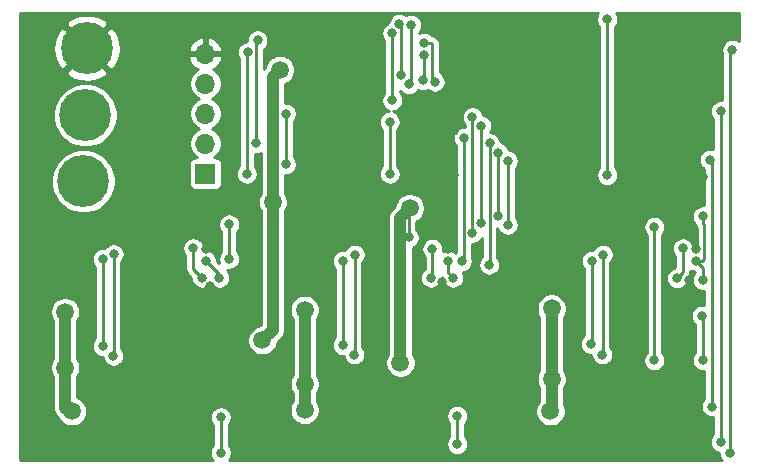
<source format=gbl>
G04 #@! TF.GenerationSoftware,KiCad,Pcbnew,(5.1.5)-3*
G04 #@! TF.CreationDate,2020-05-09T18:25:29-04:00*
G04 #@! TF.ProjectId,motor_arm,6d6f746f-725f-4617-926d-2e6b69636164,rev?*
G04 #@! TF.SameCoordinates,Original*
G04 #@! TF.FileFunction,Copper,L2,Bot*
G04 #@! TF.FilePolarity,Positive*
%FSLAX46Y46*%
G04 Gerber Fmt 4.6, Leading zero omitted, Abs format (unit mm)*
G04 Created by KiCad (PCBNEW (5.1.5)-3) date 2020-05-09 18:25:29*
%MOMM*%
%LPD*%
G04 APERTURE LIST*
%ADD10O,1.700000X1.700000*%
%ADD11R,1.700000X1.700000*%
%ADD12C,0.700000*%
%ADD13C,4.400000*%
%ADD14C,0.800000*%
%ADD15C,1.500000*%
%ADD16C,1.000000*%
%ADD17C,0.250000*%
%ADD18C,0.254000*%
G04 APERTURE END LIST*
D10*
X58280000Y-61030000D03*
X58280000Y-63570000D03*
X58280000Y-66110000D03*
X58280000Y-68650000D03*
D11*
X58280000Y-71190000D03*
D12*
X47093274Y-59413274D03*
X46610000Y-60580000D03*
X47093274Y-61746726D03*
X48260000Y-62230000D03*
X49426726Y-61746726D03*
X49910000Y-60580000D03*
X49426726Y-59413274D03*
X48260000Y-58930000D03*
D13*
X48260000Y-60580000D03*
D12*
X46963274Y-65063274D03*
X46480000Y-66230000D03*
X46963274Y-67396726D03*
X48130000Y-67880000D03*
X49296726Y-67396726D03*
X49780000Y-66230000D03*
X49296726Y-65063274D03*
X48130000Y-64580000D03*
D13*
X48130000Y-66230000D03*
D12*
X46793274Y-70653274D03*
X46310000Y-71820000D03*
X46793274Y-72986726D03*
X47960000Y-73470000D03*
X49126726Y-72986726D03*
X49610000Y-71820000D03*
X49126726Y-70653274D03*
X47960000Y-70170000D03*
D13*
X47960000Y-71820000D03*
D14*
X58300000Y-77544997D03*
X58707108Y-80707108D03*
X78330720Y-80324149D03*
X78800000Y-77544997D03*
X99200000Y-80200000D03*
X99800000Y-77574997D03*
X66300000Y-63700000D03*
X66200000Y-69000000D03*
X79339834Y-67585000D03*
X73000000Y-64700000D03*
X46600000Y-78900000D03*
X62700000Y-82500000D03*
X67200000Y-78800000D03*
X82500000Y-82600000D03*
X88000000Y-78800000D03*
X100700000Y-62100000D03*
X96800000Y-66800000D03*
X100450000Y-71500000D03*
X79300000Y-71300000D03*
D15*
X63100000Y-85300000D03*
X64000000Y-73600000D03*
X75600000Y-74100000D03*
X74800000Y-87200000D03*
D14*
X75500000Y-76575010D03*
D15*
X64600000Y-62400000D03*
D14*
X73882400Y-66797659D03*
X73900000Y-71200000D03*
X65100000Y-66100000D03*
X65100000Y-70400000D03*
X102900000Y-60700000D03*
D15*
X46400000Y-82900000D03*
X47000000Y-91300000D03*
X46400000Y-87600000D03*
D14*
X59600000Y-91800000D03*
X59600000Y-94800000D03*
X102700000Y-94800000D03*
X50519147Y-78006080D03*
X50500000Y-86600000D03*
X101900000Y-65900000D03*
D15*
X66700000Y-82700000D03*
X66700000Y-91200000D03*
X66700000Y-89000000D03*
D14*
X79600000Y-91700000D03*
X79600000Y-94075000D03*
X101900000Y-93900000D03*
X70919350Y-78045000D03*
X70900000Y-86500000D03*
X101175000Y-90900000D03*
X101000000Y-70000000D03*
D15*
X87600000Y-82600000D03*
X87500000Y-91300000D03*
X87600000Y-88600000D03*
D14*
X91929231Y-78045000D03*
X91900000Y-86500000D03*
X62600000Y-68600000D03*
X62700000Y-59900000D03*
X76800000Y-60100000D03*
X77700000Y-63400000D03*
X61800000Y-71200000D03*
X61875000Y-60900000D03*
X76775000Y-61100003D03*
X76706114Y-63289569D03*
X49600000Y-78400000D03*
X49600000Y-85800000D03*
X92300000Y-71300000D03*
X92300000Y-58124990D03*
X74702667Y-58502005D03*
X74825000Y-62800000D03*
X74100000Y-59300000D03*
X74117683Y-64982317D03*
X75700000Y-58575000D03*
X75500000Y-63600000D03*
X57250846Y-77495847D03*
X58000000Y-80000000D03*
X69935037Y-78572975D03*
X69900000Y-85700000D03*
X77500000Y-77545000D03*
X77386441Y-79995000D03*
X90994855Y-78545147D03*
X90900000Y-85600000D03*
X98700000Y-77500000D03*
X98215430Y-80025000D03*
X59472347Y-79997653D03*
X58300000Y-78545000D03*
X80900000Y-66400000D03*
X80900000Y-76200000D03*
X81625000Y-67107870D03*
X81625000Y-75400000D03*
X60300000Y-75475000D03*
X60300000Y-78400000D03*
X78800000Y-78545000D03*
X79275000Y-79995000D03*
X80175000Y-68135000D03*
X80000000Y-78600000D03*
X82350000Y-68600000D03*
X82300000Y-78900000D03*
X100375000Y-80175153D03*
X99800000Y-78575000D03*
X83075000Y-69424043D03*
X83100000Y-74800000D03*
X100400000Y-74800000D03*
X83900000Y-70100000D03*
X83900000Y-75525000D03*
X96300000Y-75700000D03*
X96300000Y-87000000D03*
X100400000Y-87000000D03*
X100300000Y-83200000D03*
D16*
X63100000Y-85300000D02*
X64000000Y-84400000D01*
X64000000Y-84400000D02*
X64000000Y-73600000D01*
X75600000Y-74100000D02*
X74800000Y-74900000D01*
X74800000Y-74900000D02*
X74800000Y-87200000D01*
D17*
X75500000Y-74200000D02*
X75600000Y-74100000D01*
X75500000Y-76575010D02*
X75500000Y-74200000D01*
D16*
X64000000Y-73600000D02*
X64000000Y-63000000D01*
X64000000Y-63000000D02*
X64600000Y-62400000D01*
D17*
X73882400Y-66797659D02*
X73882400Y-71182400D01*
X73882400Y-71182400D02*
X73900000Y-71200000D01*
X65100000Y-66100000D02*
X65100000Y-70400000D01*
X102900003Y-60700003D02*
X102900000Y-60700000D01*
D16*
X46400000Y-91000000D02*
X46700000Y-91300000D01*
X46700000Y-91300000D02*
X47000000Y-91300000D01*
X46400000Y-82900000D02*
X46400000Y-87600000D01*
X46400000Y-87600000D02*
X46400000Y-91000000D01*
D17*
X59600000Y-91800000D02*
X59600000Y-94800000D01*
X102700000Y-60900000D02*
X102900000Y-60700000D01*
X102700000Y-94800000D02*
X102700000Y-60900000D01*
X50519147Y-78006080D02*
X50519147Y-86580853D01*
X50519147Y-86580853D02*
X50500000Y-86600000D01*
D16*
X66700000Y-82700000D02*
X66700000Y-89000000D01*
X66700000Y-89000000D02*
X66700000Y-91200000D01*
D17*
X79600000Y-91700000D02*
X79600000Y-94075000D01*
X101900000Y-93900000D02*
X101900000Y-65900000D01*
X70919350Y-78045000D02*
X70919350Y-86480650D01*
X70919350Y-86480650D02*
X70900000Y-86500000D01*
X101175000Y-90900000D02*
X101175000Y-70175000D01*
X101175000Y-70175000D02*
X101000000Y-70000000D01*
D16*
X87600000Y-91200000D02*
X87500000Y-91300000D01*
X87600000Y-82600000D02*
X87600000Y-88600000D01*
X87600000Y-88600000D02*
X87600000Y-91200000D01*
D17*
X91929231Y-78045000D02*
X91929231Y-86470769D01*
X91929231Y-86470769D02*
X91900000Y-86500000D01*
X62600000Y-68600000D02*
X62600000Y-60000000D01*
X62600000Y-60000000D02*
X62700000Y-59900000D01*
X77365685Y-60100000D02*
X77500000Y-60234315D01*
X76800000Y-60100000D02*
X77365685Y-60100000D01*
X77500000Y-60234315D02*
X77500000Y-63200000D01*
X77500000Y-63200000D02*
X77700000Y-63400000D01*
X61800000Y-71200000D02*
X61800000Y-60975000D01*
X61800000Y-60975000D02*
X61875000Y-60900000D01*
X76775000Y-61100003D02*
X76775000Y-63220683D01*
X76775000Y-63220683D02*
X76706114Y-63289569D01*
X49600000Y-78400000D02*
X49600000Y-85800000D01*
X92300000Y-71300000D02*
X92300000Y-70734315D01*
X92300000Y-70734315D02*
X92300000Y-58124990D01*
X74825001Y-62799999D02*
X74825000Y-62800000D01*
X74702667Y-58502005D02*
X74825001Y-58624339D01*
X74825001Y-58624339D02*
X74825001Y-62799999D01*
X74100000Y-59300000D02*
X74100000Y-64964634D01*
X74100000Y-64964634D02*
X74117683Y-64982317D01*
X75700000Y-58575000D02*
X75700000Y-63400000D01*
X75700000Y-63400000D02*
X75500000Y-63600000D01*
X57250846Y-77495847D02*
X57250846Y-79250846D01*
X57250846Y-79250846D02*
X58000000Y-80000000D01*
X69935037Y-78572975D02*
X69935037Y-85664963D01*
X69935037Y-85664963D02*
X69900000Y-85700000D01*
X77500000Y-77545000D02*
X77500000Y-79881441D01*
X77500000Y-79881441D02*
X77386441Y-79995000D01*
X90994855Y-78545147D02*
X90994855Y-85505145D01*
X90994855Y-85505145D02*
X90900000Y-85600000D01*
X98700000Y-77500000D02*
X98700000Y-79540430D01*
X98700000Y-79540430D02*
X98215430Y-80025000D01*
X59472347Y-79997653D02*
X59472347Y-79717347D01*
X59472347Y-79717347D02*
X58300000Y-78545000D01*
X80900000Y-66400000D02*
X80900000Y-66965685D01*
X80900000Y-66965685D02*
X80900000Y-75500000D01*
X80900000Y-75500000D02*
X80900000Y-76200000D01*
X81625000Y-67107870D02*
X81625000Y-75400000D01*
X60300000Y-75475000D02*
X60300000Y-78400000D01*
X78800000Y-78545000D02*
X78800000Y-79520000D01*
X78800000Y-79520000D02*
X79275000Y-79995000D01*
X80175000Y-68135000D02*
X80175000Y-78425000D01*
X80175000Y-78425000D02*
X80000000Y-78600000D01*
X82350000Y-68600000D02*
X82350000Y-78850000D01*
X82350000Y-78850000D02*
X82300000Y-78900000D01*
X100375000Y-80175153D02*
X100375000Y-79150000D01*
X100375000Y-79150000D02*
X99800000Y-78575000D01*
X83075000Y-69989728D02*
X83100000Y-70014728D01*
X83075000Y-69424043D02*
X83075000Y-69989728D01*
X83100000Y-70014728D02*
X83100000Y-74800000D01*
X100365685Y-78575000D02*
X99800000Y-78575000D01*
X100525001Y-78415684D02*
X100365685Y-78575000D01*
X100400000Y-75365685D02*
X100525001Y-75490686D01*
X100525001Y-75490686D02*
X100525001Y-78415684D01*
X100400000Y-74800000D02*
X100400000Y-75365685D01*
X83900000Y-70100000D02*
X83900000Y-75500000D01*
X83900000Y-75500000D02*
X83900000Y-75525000D01*
X96300000Y-75700000D02*
X96300000Y-87000000D01*
X100400000Y-87000000D02*
X100400000Y-83300000D01*
X100400000Y-83300000D02*
X100300000Y-83200000D01*
D18*
G36*
X91478504Y-57685891D02*
G01*
X91408624Y-57854594D01*
X91373000Y-58033689D01*
X91373000Y-58216291D01*
X91408624Y-58395386D01*
X91478504Y-58564089D01*
X91579952Y-58715918D01*
X91648001Y-58783967D01*
X91648000Y-70641024D01*
X91579952Y-70709072D01*
X91478504Y-70860901D01*
X91408624Y-71029604D01*
X91373000Y-71208699D01*
X91373000Y-71391301D01*
X91408624Y-71570396D01*
X91478504Y-71739099D01*
X91579952Y-71890928D01*
X91709072Y-72020048D01*
X91860901Y-72121496D01*
X92029604Y-72191376D01*
X92208699Y-72227000D01*
X92391301Y-72227000D01*
X92570396Y-72191376D01*
X92739099Y-72121496D01*
X92890928Y-72020048D01*
X93020048Y-71890928D01*
X93121496Y-71739099D01*
X93191376Y-71570396D01*
X93227000Y-71391301D01*
X93227000Y-71208699D01*
X93191376Y-71029604D01*
X93121496Y-70860901D01*
X93020048Y-70709072D01*
X92952000Y-70641024D01*
X92952000Y-58783966D01*
X93020048Y-58715918D01*
X93121496Y-58564089D01*
X93191376Y-58395386D01*
X93227000Y-58216291D01*
X93227000Y-58033689D01*
X93191376Y-57854594D01*
X93121496Y-57685891D01*
X93032034Y-57552000D01*
X103448000Y-57552000D01*
X103448000Y-59951269D01*
X103339099Y-59878504D01*
X103170396Y-59808624D01*
X102991301Y-59773000D01*
X102808699Y-59773000D01*
X102629604Y-59808624D01*
X102460901Y-59878504D01*
X102309072Y-59979952D01*
X102179952Y-60109072D01*
X102078504Y-60260901D01*
X102008624Y-60429604D01*
X101973000Y-60608699D01*
X101973000Y-60791301D01*
X102008624Y-60970396D01*
X102048001Y-61065459D01*
X102048001Y-64984278D01*
X101991301Y-64973000D01*
X101808699Y-64973000D01*
X101629604Y-65008624D01*
X101460901Y-65078504D01*
X101309072Y-65179952D01*
X101179952Y-65309072D01*
X101078504Y-65460901D01*
X101008624Y-65629604D01*
X100973000Y-65808699D01*
X100973000Y-65991301D01*
X101008624Y-66170396D01*
X101078504Y-66339099D01*
X101179952Y-66490928D01*
X101248001Y-66558977D01*
X101248001Y-69104169D01*
X101091301Y-69073000D01*
X100908699Y-69073000D01*
X100729604Y-69108624D01*
X100560901Y-69178504D01*
X100409072Y-69279952D01*
X100279952Y-69409072D01*
X100178504Y-69560901D01*
X100108624Y-69729604D01*
X100073000Y-69908699D01*
X100073000Y-70091301D01*
X100108624Y-70270396D01*
X100178504Y-70439099D01*
X100279952Y-70590928D01*
X100409072Y-70720048D01*
X100523001Y-70796172D01*
X100523001Y-73879305D01*
X100491301Y-73873000D01*
X100308699Y-73873000D01*
X100129604Y-73908624D01*
X99960901Y-73978504D01*
X99809072Y-74079952D01*
X99679952Y-74209072D01*
X99578504Y-74360901D01*
X99508624Y-74529604D01*
X99473000Y-74708699D01*
X99473000Y-74891301D01*
X99508624Y-75070396D01*
X99578504Y-75239099D01*
X99679952Y-75390928D01*
X99754694Y-75465670D01*
X99757435Y-75493499D01*
X99794717Y-75616402D01*
X99855259Y-75729669D01*
X99873001Y-75751288D01*
X99873002Y-77648000D01*
X99708699Y-77648000D01*
X99611892Y-77667256D01*
X99627000Y-77591301D01*
X99627000Y-77408699D01*
X99591376Y-77229604D01*
X99521496Y-77060901D01*
X99420048Y-76909072D01*
X99290928Y-76779952D01*
X99139099Y-76678504D01*
X98970396Y-76608624D01*
X98791301Y-76573000D01*
X98608699Y-76573000D01*
X98429604Y-76608624D01*
X98260901Y-76678504D01*
X98109072Y-76779952D01*
X97979952Y-76909072D01*
X97878504Y-77060901D01*
X97808624Y-77229604D01*
X97773000Y-77408699D01*
X97773000Y-77591301D01*
X97808624Y-77770396D01*
X97878504Y-77939099D01*
X97979952Y-78090928D01*
X98048000Y-78158976D01*
X98048001Y-79113143D01*
X97945034Y-79133624D01*
X97776331Y-79203504D01*
X97624502Y-79304952D01*
X97495382Y-79434072D01*
X97393934Y-79585901D01*
X97324054Y-79754604D01*
X97288430Y-79933699D01*
X97288430Y-80116301D01*
X97324054Y-80295396D01*
X97393934Y-80464099D01*
X97495382Y-80615928D01*
X97624502Y-80745048D01*
X97776331Y-80846496D01*
X97945034Y-80916376D01*
X98124129Y-80952000D01*
X98306731Y-80952000D01*
X98485826Y-80916376D01*
X98654529Y-80846496D01*
X98806358Y-80745048D01*
X98935478Y-80615928D01*
X99036926Y-80464099D01*
X99106806Y-80295396D01*
X99142430Y-80116301D01*
X99142430Y-80020792D01*
X99163264Y-80003694D01*
X99244741Y-79904414D01*
X99305283Y-79791147D01*
X99324664Y-79727257D01*
X99342565Y-79668245D01*
X99345970Y-79633676D01*
X99352000Y-79572452D01*
X99352000Y-79572445D01*
X99355153Y-79540431D01*
X99352000Y-79508416D01*
X99352000Y-79390549D01*
X99360901Y-79396496D01*
X99529604Y-79466376D01*
X99708699Y-79502000D01*
X99723001Y-79502000D01*
X99723001Y-79516176D01*
X99654952Y-79584225D01*
X99553504Y-79736054D01*
X99483624Y-79904757D01*
X99448000Y-80083852D01*
X99448000Y-80266454D01*
X99483624Y-80445549D01*
X99553504Y-80614252D01*
X99654952Y-80766081D01*
X99784072Y-80895201D01*
X99935901Y-80996649D01*
X100104604Y-81066529D01*
X100283699Y-81102153D01*
X100466301Y-81102153D01*
X100523000Y-81090875D01*
X100523000Y-82299196D01*
X100391301Y-82273000D01*
X100208699Y-82273000D01*
X100029604Y-82308624D01*
X99860901Y-82378504D01*
X99709072Y-82479952D01*
X99579952Y-82609072D01*
X99478504Y-82760901D01*
X99408624Y-82929604D01*
X99373000Y-83108699D01*
X99373000Y-83291301D01*
X99408624Y-83470396D01*
X99478504Y-83639099D01*
X99579952Y-83790928D01*
X99709072Y-83920048D01*
X99748001Y-83946059D01*
X99748000Y-86341024D01*
X99679952Y-86409072D01*
X99578504Y-86560901D01*
X99508624Y-86729604D01*
X99473000Y-86908699D01*
X99473000Y-87091301D01*
X99508624Y-87270396D01*
X99578504Y-87439099D01*
X99679952Y-87590928D01*
X99809072Y-87720048D01*
X99960901Y-87821496D01*
X100129604Y-87891376D01*
X100308699Y-87927000D01*
X100491301Y-87927000D01*
X100523000Y-87920695D01*
X100523000Y-90241024D01*
X100454952Y-90309072D01*
X100353504Y-90460901D01*
X100283624Y-90629604D01*
X100248000Y-90808699D01*
X100248000Y-90991301D01*
X100283624Y-91170396D01*
X100353504Y-91339099D01*
X100454952Y-91490928D01*
X100584072Y-91620048D01*
X100735901Y-91721496D01*
X100904604Y-91791376D01*
X101083699Y-91827000D01*
X101248000Y-91827000D01*
X101248000Y-93241024D01*
X101179952Y-93309072D01*
X101078504Y-93460901D01*
X101008624Y-93629604D01*
X100973000Y-93808699D01*
X100973000Y-93991301D01*
X101008624Y-94170396D01*
X101078504Y-94339099D01*
X101179952Y-94490928D01*
X101309072Y-94620048D01*
X101460901Y-94721496D01*
X101629604Y-94791376D01*
X101773000Y-94819899D01*
X101773000Y-94891301D01*
X101808624Y-95070396D01*
X101878504Y-95239099D01*
X101979952Y-95390928D01*
X102037024Y-95448000D01*
X60262976Y-95448000D01*
X60320048Y-95390928D01*
X60421496Y-95239099D01*
X60491376Y-95070396D01*
X60527000Y-94891301D01*
X60527000Y-94708699D01*
X60491376Y-94529604D01*
X60421496Y-94360901D01*
X60320048Y-94209072D01*
X60252000Y-94141024D01*
X60252000Y-92458976D01*
X60320048Y-92390928D01*
X60421496Y-92239099D01*
X60491376Y-92070396D01*
X60527000Y-91891301D01*
X60527000Y-91708699D01*
X60491376Y-91529604D01*
X60421496Y-91360901D01*
X60320048Y-91209072D01*
X60190928Y-91079952D01*
X60039099Y-90978504D01*
X59870396Y-90908624D01*
X59691301Y-90873000D01*
X59508699Y-90873000D01*
X59329604Y-90908624D01*
X59160901Y-90978504D01*
X59009072Y-91079952D01*
X58879952Y-91209072D01*
X58778504Y-91360901D01*
X58708624Y-91529604D01*
X58673000Y-91708699D01*
X58673000Y-91891301D01*
X58708624Y-92070396D01*
X58778504Y-92239099D01*
X58879952Y-92390928D01*
X58948000Y-92458976D01*
X58948001Y-94141023D01*
X58879952Y-94209072D01*
X58778504Y-94360901D01*
X58708624Y-94529604D01*
X58673000Y-94708699D01*
X58673000Y-94891301D01*
X58708624Y-95070396D01*
X58778504Y-95239099D01*
X58879952Y-95390928D01*
X58937024Y-95448000D01*
X42552000Y-95448000D01*
X42552000Y-82774226D01*
X45123000Y-82774226D01*
X45123000Y-83025774D01*
X45172074Y-83272487D01*
X45268337Y-83504886D01*
X45373000Y-83661526D01*
X45373001Y-86838473D01*
X45268337Y-86995114D01*
X45172074Y-87227513D01*
X45123000Y-87474226D01*
X45123000Y-87725774D01*
X45172074Y-87972487D01*
X45268337Y-88204886D01*
X45373000Y-88361526D01*
X45373001Y-90949549D01*
X45368032Y-91000000D01*
X45373001Y-91050451D01*
X45387861Y-91201327D01*
X45446586Y-91394917D01*
X45541950Y-91573331D01*
X45670289Y-91729712D01*
X45709476Y-91761872D01*
X45900247Y-91952643D01*
X46008089Y-92114040D01*
X46185960Y-92291911D01*
X46395114Y-92431663D01*
X46627513Y-92527926D01*
X46874226Y-92577000D01*
X47125774Y-92577000D01*
X47372487Y-92527926D01*
X47604886Y-92431663D01*
X47814040Y-92291911D01*
X47991911Y-92114040D01*
X48131663Y-91904886D01*
X48227926Y-91672487D01*
X48277000Y-91425774D01*
X48277000Y-91174226D01*
X48227926Y-90927513D01*
X48131663Y-90695114D01*
X47991911Y-90485960D01*
X47814040Y-90308089D01*
X47604886Y-90168337D01*
X47427000Y-90094654D01*
X47427000Y-88361526D01*
X47531663Y-88204886D01*
X47627926Y-87972487D01*
X47677000Y-87725774D01*
X47677000Y-87474226D01*
X47627926Y-87227513D01*
X47531663Y-86995114D01*
X47427000Y-86838474D01*
X47427000Y-83661526D01*
X47531663Y-83504886D01*
X47627926Y-83272487D01*
X47677000Y-83025774D01*
X47677000Y-82774226D01*
X47627926Y-82527513D01*
X47531663Y-82295114D01*
X47391911Y-82085960D01*
X47214040Y-81908089D01*
X47004886Y-81768337D01*
X46772487Y-81672074D01*
X46525774Y-81623000D01*
X46274226Y-81623000D01*
X46027513Y-81672074D01*
X45795114Y-81768337D01*
X45585960Y-81908089D01*
X45408089Y-82085960D01*
X45268337Y-82295114D01*
X45172074Y-82527513D01*
X45123000Y-82774226D01*
X42552000Y-82774226D01*
X42552000Y-78308699D01*
X48673000Y-78308699D01*
X48673000Y-78491301D01*
X48708624Y-78670396D01*
X48778504Y-78839099D01*
X48879952Y-78990928D01*
X48948000Y-79058976D01*
X48948001Y-85141023D01*
X48879952Y-85209072D01*
X48778504Y-85360901D01*
X48708624Y-85529604D01*
X48673000Y-85708699D01*
X48673000Y-85891301D01*
X48708624Y-86070396D01*
X48778504Y-86239099D01*
X48879952Y-86390928D01*
X49009072Y-86520048D01*
X49160901Y-86621496D01*
X49329604Y-86691376D01*
X49508699Y-86727000D01*
X49580101Y-86727000D01*
X49608624Y-86870396D01*
X49678504Y-87039099D01*
X49779952Y-87190928D01*
X49909072Y-87320048D01*
X50060901Y-87421496D01*
X50229604Y-87491376D01*
X50408699Y-87527000D01*
X50591301Y-87527000D01*
X50770396Y-87491376D01*
X50939099Y-87421496D01*
X51090928Y-87320048D01*
X51220048Y-87190928D01*
X51321496Y-87039099D01*
X51391376Y-86870396D01*
X51427000Y-86691301D01*
X51427000Y-86508699D01*
X51391376Y-86329604D01*
X51321496Y-86160901D01*
X51220048Y-86009072D01*
X51171147Y-85960171D01*
X51171147Y-78665056D01*
X51239195Y-78597008D01*
X51340643Y-78445179D01*
X51410523Y-78276476D01*
X51446147Y-78097381D01*
X51446147Y-77914779D01*
X51410523Y-77735684D01*
X51340643Y-77566981D01*
X51239195Y-77415152D01*
X51228589Y-77404546D01*
X56323846Y-77404546D01*
X56323846Y-77587148D01*
X56359470Y-77766243D01*
X56429350Y-77934946D01*
X56530798Y-78086775D01*
X56598846Y-78154823D01*
X56598847Y-79218814D01*
X56595692Y-79250846D01*
X56608281Y-79378660D01*
X56645563Y-79501562D01*
X56659160Y-79527000D01*
X56706106Y-79614830D01*
X56787583Y-79714110D01*
X56812460Y-79734526D01*
X57073000Y-79995066D01*
X57073000Y-80091301D01*
X57108624Y-80270396D01*
X57178504Y-80439099D01*
X57279952Y-80590928D01*
X57409072Y-80720048D01*
X57560901Y-80821496D01*
X57729604Y-80891376D01*
X57908699Y-80927000D01*
X58091301Y-80927000D01*
X58270396Y-80891376D01*
X58439099Y-80821496D01*
X58590928Y-80720048D01*
X58720048Y-80590928D01*
X58736958Y-80565621D01*
X58752299Y-80588581D01*
X58881419Y-80717701D01*
X59033248Y-80819149D01*
X59201951Y-80889029D01*
X59381046Y-80924653D01*
X59563648Y-80924653D01*
X59742743Y-80889029D01*
X59911446Y-80819149D01*
X60063275Y-80717701D01*
X60192395Y-80588581D01*
X60293843Y-80436752D01*
X60363723Y-80268049D01*
X60399347Y-80088954D01*
X60399347Y-79906352D01*
X60363723Y-79727257D01*
X60293843Y-79558554D01*
X60192395Y-79406725D01*
X60088826Y-79303156D01*
X60208699Y-79327000D01*
X60391301Y-79327000D01*
X60570396Y-79291376D01*
X60739099Y-79221496D01*
X60890928Y-79120048D01*
X61020048Y-78990928D01*
X61121496Y-78839099D01*
X61191376Y-78670396D01*
X61227000Y-78491301D01*
X61227000Y-78308699D01*
X61191376Y-78129604D01*
X61121496Y-77960901D01*
X61020048Y-77809072D01*
X60952000Y-77741024D01*
X60952000Y-76133976D01*
X61020048Y-76065928D01*
X61121496Y-75914099D01*
X61191376Y-75745396D01*
X61227000Y-75566301D01*
X61227000Y-75383699D01*
X61191376Y-75204604D01*
X61121496Y-75035901D01*
X61020048Y-74884072D01*
X60890928Y-74754952D01*
X60739099Y-74653504D01*
X60570396Y-74583624D01*
X60391301Y-74548000D01*
X60208699Y-74548000D01*
X60029604Y-74583624D01*
X59860901Y-74653504D01*
X59709072Y-74754952D01*
X59579952Y-74884072D01*
X59478504Y-75035901D01*
X59408624Y-75204604D01*
X59373000Y-75383699D01*
X59373000Y-75566301D01*
X59408624Y-75745396D01*
X59478504Y-75914099D01*
X59579952Y-76065928D01*
X59648000Y-76133976D01*
X59648001Y-77741023D01*
X59579952Y-77809072D01*
X59478504Y-77960901D01*
X59408624Y-78129604D01*
X59373000Y-78308699D01*
X59373000Y-78491301D01*
X59408624Y-78670396D01*
X59451873Y-78774806D01*
X59227000Y-78549934D01*
X59227000Y-78453699D01*
X59191376Y-78274604D01*
X59121496Y-78105901D01*
X59020048Y-77954072D01*
X58890928Y-77824952D01*
X58739099Y-77723504D01*
X58570396Y-77653624D01*
X58391301Y-77618000D01*
X58208699Y-77618000D01*
X58170185Y-77625661D01*
X58177846Y-77587148D01*
X58177846Y-77404546D01*
X58142222Y-77225451D01*
X58072342Y-77056748D01*
X57970894Y-76904919D01*
X57841774Y-76775799D01*
X57689945Y-76674351D01*
X57521242Y-76604471D01*
X57342147Y-76568847D01*
X57159545Y-76568847D01*
X56980450Y-76604471D01*
X56811747Y-76674351D01*
X56659918Y-76775799D01*
X56530798Y-76904919D01*
X56429350Y-77056748D01*
X56359470Y-77225451D01*
X56323846Y-77404546D01*
X51228589Y-77404546D01*
X51110075Y-77286032D01*
X50958246Y-77184584D01*
X50789543Y-77114704D01*
X50610448Y-77079080D01*
X50427846Y-77079080D01*
X50248751Y-77114704D01*
X50080048Y-77184584D01*
X49928219Y-77286032D01*
X49799099Y-77415152D01*
X49752335Y-77485140D01*
X49691301Y-77473000D01*
X49508699Y-77473000D01*
X49329604Y-77508624D01*
X49160901Y-77578504D01*
X49009072Y-77679952D01*
X48879952Y-77809072D01*
X48778504Y-77960901D01*
X48708624Y-78129604D01*
X48673000Y-78308699D01*
X42552000Y-78308699D01*
X42552000Y-71551414D01*
X45233000Y-71551414D01*
X45233000Y-72088586D01*
X45337797Y-72615437D01*
X45543364Y-73111719D01*
X45841801Y-73558361D01*
X46221639Y-73938199D01*
X46668281Y-74236636D01*
X47164563Y-74442203D01*
X47691414Y-74547000D01*
X48228586Y-74547000D01*
X48755437Y-74442203D01*
X49251719Y-74236636D01*
X49698361Y-73938199D01*
X50078199Y-73558361D01*
X50376636Y-73111719D01*
X50582203Y-72615437D01*
X50687000Y-72088586D01*
X50687000Y-71551414D01*
X50582203Y-71024563D01*
X50376636Y-70528281D01*
X50078199Y-70081639D01*
X49698361Y-69701801D01*
X49251719Y-69403364D01*
X48755437Y-69197797D01*
X48228586Y-69093000D01*
X47691414Y-69093000D01*
X47164563Y-69197797D01*
X46668281Y-69403364D01*
X46221639Y-69701801D01*
X45841801Y-70081639D01*
X45543364Y-70528281D01*
X45337797Y-71024563D01*
X45233000Y-71551414D01*
X42552000Y-71551414D01*
X42552000Y-65961414D01*
X45403000Y-65961414D01*
X45403000Y-66498586D01*
X45507797Y-67025437D01*
X45713364Y-67521719D01*
X46011801Y-67968361D01*
X46391639Y-68348199D01*
X46838281Y-68646636D01*
X47334563Y-68852203D01*
X47861414Y-68957000D01*
X48398586Y-68957000D01*
X48925437Y-68852203D01*
X49421719Y-68646636D01*
X49868361Y-68348199D01*
X50248199Y-67968361D01*
X50546636Y-67521719D01*
X50752203Y-67025437D01*
X50857000Y-66498586D01*
X50857000Y-65961414D01*
X50752203Y-65434563D01*
X50546636Y-64938281D01*
X50248199Y-64491639D01*
X49868361Y-64111801D01*
X49421719Y-63813364D01*
X48925437Y-63607797D01*
X48398586Y-63503000D01*
X47861414Y-63503000D01*
X47334563Y-63607797D01*
X46838281Y-63813364D01*
X46391639Y-64111801D01*
X46011801Y-64491639D01*
X45713364Y-64938281D01*
X45507797Y-65434563D01*
X45403000Y-65961414D01*
X42552000Y-65961414D01*
X42552000Y-62569775D01*
X46449830Y-62569775D01*
X46689976Y-62957018D01*
X47183877Y-63217641D01*
X47719133Y-63376901D01*
X48275174Y-63428678D01*
X48830632Y-63370981D01*
X49364161Y-63206028D01*
X49830024Y-62957018D01*
X50070170Y-62569775D01*
X48260000Y-60759605D01*
X46449830Y-62569775D01*
X42552000Y-62569775D01*
X42552000Y-60595174D01*
X45411322Y-60595174D01*
X45469019Y-61150632D01*
X45633972Y-61684161D01*
X45882982Y-62150024D01*
X46270225Y-62390170D01*
X48080395Y-60580000D01*
X48439605Y-60580000D01*
X50249775Y-62390170D01*
X50637018Y-62150024D01*
X50897641Y-61656123D01*
X50977748Y-61386890D01*
X56838524Y-61386890D01*
X56883175Y-61534099D01*
X57008359Y-61796920D01*
X57182412Y-62030269D01*
X57398645Y-62225178D01*
X57618308Y-62356025D01*
X57402213Y-62500414D01*
X57210414Y-62692213D01*
X57059718Y-62917746D01*
X56955917Y-63168344D01*
X56903000Y-63434377D01*
X56903000Y-63705623D01*
X56955917Y-63971656D01*
X57059718Y-64222254D01*
X57210414Y-64447787D01*
X57402213Y-64639586D01*
X57627746Y-64790282D01*
X57747776Y-64840000D01*
X57627746Y-64889718D01*
X57402213Y-65040414D01*
X57210414Y-65232213D01*
X57059718Y-65457746D01*
X56955917Y-65708344D01*
X56903000Y-65974377D01*
X56903000Y-66245623D01*
X56955917Y-66511656D01*
X57059718Y-66762254D01*
X57210414Y-66987787D01*
X57402213Y-67179586D01*
X57627746Y-67330282D01*
X57747776Y-67380000D01*
X57627746Y-67429718D01*
X57402213Y-67580414D01*
X57210414Y-67772213D01*
X57059718Y-67997746D01*
X56955917Y-68248344D01*
X56903000Y-68514377D01*
X56903000Y-68785623D01*
X56955917Y-69051656D01*
X57059718Y-69302254D01*
X57210414Y-69527787D01*
X57402213Y-69719586D01*
X57538202Y-69810451D01*
X57430000Y-69810451D01*
X57326690Y-69820626D01*
X57227350Y-69850761D01*
X57135798Y-69899696D01*
X57055552Y-69965552D01*
X56989696Y-70045798D01*
X56940761Y-70137350D01*
X56910626Y-70236690D01*
X56900451Y-70340000D01*
X56900451Y-72040000D01*
X56910626Y-72143310D01*
X56940761Y-72242650D01*
X56989696Y-72334202D01*
X57055552Y-72414448D01*
X57135798Y-72480304D01*
X57227350Y-72529239D01*
X57326690Y-72559374D01*
X57430000Y-72569549D01*
X59130000Y-72569549D01*
X59233310Y-72559374D01*
X59332650Y-72529239D01*
X59424202Y-72480304D01*
X59504448Y-72414448D01*
X59570304Y-72334202D01*
X59619239Y-72242650D01*
X59649374Y-72143310D01*
X59659549Y-72040000D01*
X59659549Y-71108699D01*
X60873000Y-71108699D01*
X60873000Y-71291301D01*
X60908624Y-71470396D01*
X60978504Y-71639099D01*
X61079952Y-71790928D01*
X61209072Y-71920048D01*
X61360901Y-72021496D01*
X61529604Y-72091376D01*
X61708699Y-72127000D01*
X61891301Y-72127000D01*
X62070396Y-72091376D01*
X62239099Y-72021496D01*
X62390928Y-71920048D01*
X62520048Y-71790928D01*
X62621496Y-71639099D01*
X62691376Y-71470396D01*
X62727000Y-71291301D01*
X62727000Y-71108699D01*
X62691376Y-70929604D01*
X62621496Y-70760901D01*
X62520048Y-70609072D01*
X62452000Y-70541024D01*
X62452000Y-69515722D01*
X62508699Y-69527000D01*
X62691301Y-69527000D01*
X62870396Y-69491376D01*
X62973000Y-69448875D01*
X62973000Y-72838474D01*
X62868337Y-72995114D01*
X62772074Y-73227513D01*
X62723000Y-73474226D01*
X62723000Y-73725774D01*
X62772074Y-73972487D01*
X62868337Y-74204886D01*
X62973001Y-74361527D01*
X62973000Y-83974603D01*
X62912282Y-84035321D01*
X62727513Y-84072074D01*
X62495114Y-84168337D01*
X62285960Y-84308089D01*
X62108089Y-84485960D01*
X61968337Y-84695114D01*
X61872074Y-84927513D01*
X61823000Y-85174226D01*
X61823000Y-85425774D01*
X61872074Y-85672487D01*
X61968337Y-85904886D01*
X62108089Y-86114040D01*
X62285960Y-86291911D01*
X62495114Y-86431663D01*
X62727513Y-86527926D01*
X62974226Y-86577000D01*
X63225774Y-86577000D01*
X63472487Y-86527926D01*
X63704886Y-86431663D01*
X63914040Y-86291911D01*
X64091911Y-86114040D01*
X64231663Y-85904886D01*
X64327926Y-85672487D01*
X64364679Y-85487718D01*
X64690524Y-85161873D01*
X64729712Y-85129712D01*
X64858051Y-84973331D01*
X64953415Y-84794917D01*
X65012140Y-84601327D01*
X65027000Y-84450451D01*
X65027000Y-84450442D01*
X65031968Y-84400001D01*
X65027000Y-84349560D01*
X65027000Y-82574226D01*
X65423000Y-82574226D01*
X65423000Y-82825774D01*
X65472074Y-83072487D01*
X65568337Y-83304886D01*
X65673000Y-83461526D01*
X65673001Y-88238473D01*
X65568337Y-88395114D01*
X65472074Y-88627513D01*
X65423000Y-88874226D01*
X65423000Y-89125774D01*
X65472074Y-89372487D01*
X65568337Y-89604886D01*
X65673000Y-89761526D01*
X65673001Y-90438474D01*
X65568337Y-90595114D01*
X65472074Y-90827513D01*
X65423000Y-91074226D01*
X65423000Y-91325774D01*
X65472074Y-91572487D01*
X65568337Y-91804886D01*
X65708089Y-92014040D01*
X65885960Y-92191911D01*
X66095114Y-92331663D01*
X66327513Y-92427926D01*
X66574226Y-92477000D01*
X66825774Y-92477000D01*
X67072487Y-92427926D01*
X67304886Y-92331663D01*
X67514040Y-92191911D01*
X67691911Y-92014040D01*
X67831663Y-91804886D01*
X67912926Y-91608699D01*
X78673000Y-91608699D01*
X78673000Y-91791301D01*
X78708624Y-91970396D01*
X78778504Y-92139099D01*
X78879952Y-92290928D01*
X78948000Y-92358976D01*
X78948001Y-93416023D01*
X78879952Y-93484072D01*
X78778504Y-93635901D01*
X78708624Y-93804604D01*
X78673000Y-93983699D01*
X78673000Y-94166301D01*
X78708624Y-94345396D01*
X78778504Y-94514099D01*
X78879952Y-94665928D01*
X79009072Y-94795048D01*
X79160901Y-94896496D01*
X79329604Y-94966376D01*
X79508699Y-95002000D01*
X79691301Y-95002000D01*
X79870396Y-94966376D01*
X80039099Y-94896496D01*
X80190928Y-94795048D01*
X80320048Y-94665928D01*
X80421496Y-94514099D01*
X80491376Y-94345396D01*
X80527000Y-94166301D01*
X80527000Y-93983699D01*
X80491376Y-93804604D01*
X80421496Y-93635901D01*
X80320048Y-93484072D01*
X80252000Y-93416024D01*
X80252000Y-92358976D01*
X80320048Y-92290928D01*
X80421496Y-92139099D01*
X80491376Y-91970396D01*
X80527000Y-91791301D01*
X80527000Y-91608699D01*
X80491376Y-91429604D01*
X80421496Y-91260901D01*
X80363583Y-91174226D01*
X86223000Y-91174226D01*
X86223000Y-91425774D01*
X86272074Y-91672487D01*
X86368337Y-91904886D01*
X86508089Y-92114040D01*
X86685960Y-92291911D01*
X86895114Y-92431663D01*
X87127513Y-92527926D01*
X87374226Y-92577000D01*
X87625774Y-92577000D01*
X87872487Y-92527926D01*
X88104886Y-92431663D01*
X88314040Y-92291911D01*
X88491911Y-92114040D01*
X88631663Y-91904886D01*
X88727926Y-91672487D01*
X88777000Y-91425774D01*
X88777000Y-91174226D01*
X88727926Y-90927513D01*
X88631663Y-90695114D01*
X88627000Y-90688135D01*
X88627000Y-89361526D01*
X88731663Y-89204886D01*
X88827926Y-88972487D01*
X88877000Y-88725774D01*
X88877000Y-88474226D01*
X88827926Y-88227513D01*
X88731663Y-87995114D01*
X88627000Y-87838474D01*
X88627000Y-85508699D01*
X89973000Y-85508699D01*
X89973000Y-85691301D01*
X90008624Y-85870396D01*
X90078504Y-86039099D01*
X90179952Y-86190928D01*
X90309072Y-86320048D01*
X90460901Y-86421496D01*
X90629604Y-86491376D01*
X90808699Y-86527000D01*
X90973000Y-86527000D01*
X90973000Y-86591301D01*
X91008624Y-86770396D01*
X91078504Y-86939099D01*
X91179952Y-87090928D01*
X91309072Y-87220048D01*
X91460901Y-87321496D01*
X91629604Y-87391376D01*
X91808699Y-87427000D01*
X91991301Y-87427000D01*
X92170396Y-87391376D01*
X92339099Y-87321496D01*
X92490928Y-87220048D01*
X92620048Y-87090928D01*
X92721496Y-86939099D01*
X92791376Y-86770396D01*
X92827000Y-86591301D01*
X92827000Y-86408699D01*
X92791376Y-86229604D01*
X92721496Y-86060901D01*
X92620048Y-85909072D01*
X92581231Y-85870255D01*
X92581231Y-78703976D01*
X92649279Y-78635928D01*
X92750727Y-78484099D01*
X92820607Y-78315396D01*
X92856231Y-78136301D01*
X92856231Y-77953699D01*
X92820607Y-77774604D01*
X92750727Y-77605901D01*
X92649279Y-77454072D01*
X92520159Y-77324952D01*
X92368330Y-77223504D01*
X92199627Y-77153624D01*
X92020532Y-77118000D01*
X91837930Y-77118000D01*
X91658835Y-77153624D01*
X91490132Y-77223504D01*
X91338303Y-77324952D01*
X91209183Y-77454072D01*
X91107735Y-77605901D01*
X91101406Y-77621180D01*
X91086156Y-77618147D01*
X90903554Y-77618147D01*
X90724459Y-77653771D01*
X90555756Y-77723651D01*
X90403927Y-77825099D01*
X90274807Y-77954219D01*
X90173359Y-78106048D01*
X90103479Y-78274751D01*
X90067855Y-78453846D01*
X90067855Y-78636448D01*
X90103479Y-78815543D01*
X90173359Y-78984246D01*
X90274807Y-79136075D01*
X90342855Y-79204123D01*
X90342856Y-84857379D01*
X90309072Y-84879952D01*
X90179952Y-85009072D01*
X90078504Y-85160901D01*
X90008624Y-85329604D01*
X89973000Y-85508699D01*
X88627000Y-85508699D01*
X88627000Y-83361526D01*
X88731663Y-83204886D01*
X88827926Y-82972487D01*
X88877000Y-82725774D01*
X88877000Y-82474226D01*
X88827926Y-82227513D01*
X88731663Y-81995114D01*
X88591911Y-81785960D01*
X88414040Y-81608089D01*
X88204886Y-81468337D01*
X87972487Y-81372074D01*
X87725774Y-81323000D01*
X87474226Y-81323000D01*
X87227513Y-81372074D01*
X86995114Y-81468337D01*
X86785960Y-81608089D01*
X86608089Y-81785960D01*
X86468337Y-81995114D01*
X86372074Y-82227513D01*
X86323000Y-82474226D01*
X86323000Y-82725774D01*
X86372074Y-82972487D01*
X86468337Y-83204886D01*
X86573000Y-83361526D01*
X86573001Y-87838473D01*
X86468337Y-87995114D01*
X86372074Y-88227513D01*
X86323000Y-88474226D01*
X86323000Y-88725774D01*
X86372074Y-88972487D01*
X86468337Y-89204886D01*
X86573000Y-89361526D01*
X86573001Y-90421048D01*
X86508089Y-90485960D01*
X86368337Y-90695114D01*
X86272074Y-90927513D01*
X86223000Y-91174226D01*
X80363583Y-91174226D01*
X80320048Y-91109072D01*
X80190928Y-90979952D01*
X80039099Y-90878504D01*
X79870396Y-90808624D01*
X79691301Y-90773000D01*
X79508699Y-90773000D01*
X79329604Y-90808624D01*
X79160901Y-90878504D01*
X79009072Y-90979952D01*
X78879952Y-91109072D01*
X78778504Y-91260901D01*
X78708624Y-91429604D01*
X78673000Y-91608699D01*
X67912926Y-91608699D01*
X67927926Y-91572487D01*
X67977000Y-91325774D01*
X67977000Y-91074226D01*
X67927926Y-90827513D01*
X67831663Y-90595114D01*
X67727000Y-90438474D01*
X67727000Y-89761526D01*
X67831663Y-89604886D01*
X67927926Y-89372487D01*
X67977000Y-89125774D01*
X67977000Y-88874226D01*
X67927926Y-88627513D01*
X67831663Y-88395114D01*
X67727000Y-88238474D01*
X67727000Y-85608699D01*
X68973000Y-85608699D01*
X68973000Y-85791301D01*
X69008624Y-85970396D01*
X69078504Y-86139099D01*
X69179952Y-86290928D01*
X69309072Y-86420048D01*
X69460901Y-86521496D01*
X69629604Y-86591376D01*
X69808699Y-86627000D01*
X69980101Y-86627000D01*
X70008624Y-86770396D01*
X70078504Y-86939099D01*
X70179952Y-87090928D01*
X70309072Y-87220048D01*
X70460901Y-87321496D01*
X70629604Y-87391376D01*
X70808699Y-87427000D01*
X70991301Y-87427000D01*
X71170396Y-87391376D01*
X71339099Y-87321496D01*
X71490928Y-87220048D01*
X71620048Y-87090928D01*
X71631207Y-87074226D01*
X73523000Y-87074226D01*
X73523000Y-87325774D01*
X73572074Y-87572487D01*
X73668337Y-87804886D01*
X73808089Y-88014040D01*
X73985960Y-88191911D01*
X74195114Y-88331663D01*
X74427513Y-88427926D01*
X74674226Y-88477000D01*
X74925774Y-88477000D01*
X75172487Y-88427926D01*
X75404886Y-88331663D01*
X75614040Y-88191911D01*
X75791911Y-88014040D01*
X75931663Y-87804886D01*
X76027926Y-87572487D01*
X76077000Y-87325774D01*
X76077000Y-87074226D01*
X76027926Y-86827513D01*
X75931663Y-86595114D01*
X75827000Y-86438474D01*
X75827000Y-79903699D01*
X76459441Y-79903699D01*
X76459441Y-80086301D01*
X76495065Y-80265396D01*
X76564945Y-80434099D01*
X76666393Y-80585928D01*
X76795513Y-80715048D01*
X76947342Y-80816496D01*
X77116045Y-80886376D01*
X77295140Y-80922000D01*
X77477742Y-80922000D01*
X77656837Y-80886376D01*
X77825540Y-80816496D01*
X77977369Y-80715048D01*
X78106489Y-80585928D01*
X78207937Y-80434099D01*
X78277817Y-80265396D01*
X78313441Y-80086301D01*
X78313441Y-79954878D01*
X78336737Y-79983264D01*
X78348000Y-79992507D01*
X78348000Y-80086301D01*
X78383624Y-80265396D01*
X78453504Y-80434099D01*
X78554952Y-80585928D01*
X78684072Y-80715048D01*
X78835901Y-80816496D01*
X79004604Y-80886376D01*
X79183699Y-80922000D01*
X79366301Y-80922000D01*
X79545396Y-80886376D01*
X79714099Y-80816496D01*
X79865928Y-80715048D01*
X79995048Y-80585928D01*
X80096496Y-80434099D01*
X80166376Y-80265396D01*
X80202000Y-80086301D01*
X80202000Y-79903699D01*
X80166376Y-79724604D01*
X80096496Y-79555901D01*
X80077185Y-79527000D01*
X80091301Y-79527000D01*
X80270396Y-79491376D01*
X80439099Y-79421496D01*
X80590928Y-79320048D01*
X80720048Y-79190928D01*
X80821496Y-79039099D01*
X80891376Y-78870396D01*
X80927000Y-78691301D01*
X80927000Y-78508699D01*
X80891376Y-78329604D01*
X80827000Y-78174189D01*
X80827000Y-77127000D01*
X80991301Y-77127000D01*
X81170396Y-77091376D01*
X81339099Y-77021496D01*
X81490928Y-76920048D01*
X81620048Y-76790928D01*
X81698001Y-76674262D01*
X81698001Y-78191023D01*
X81579952Y-78309072D01*
X81478504Y-78460901D01*
X81408624Y-78629604D01*
X81373000Y-78808699D01*
X81373000Y-78991301D01*
X81408624Y-79170396D01*
X81478504Y-79339099D01*
X81579952Y-79490928D01*
X81709072Y-79620048D01*
X81860901Y-79721496D01*
X82029604Y-79791376D01*
X82208699Y-79827000D01*
X82391301Y-79827000D01*
X82570396Y-79791376D01*
X82739099Y-79721496D01*
X82890928Y-79620048D01*
X83020048Y-79490928D01*
X83121496Y-79339099D01*
X83191376Y-79170396D01*
X83227000Y-78991301D01*
X83227000Y-78808699D01*
X83191376Y-78629604D01*
X83121496Y-78460901D01*
X83020048Y-78309072D01*
X83002000Y-78291024D01*
X83002000Y-75762095D01*
X83008624Y-75795396D01*
X83078504Y-75964099D01*
X83179952Y-76115928D01*
X83309072Y-76245048D01*
X83460901Y-76346496D01*
X83629604Y-76416376D01*
X83808699Y-76452000D01*
X83991301Y-76452000D01*
X84170396Y-76416376D01*
X84339099Y-76346496D01*
X84490928Y-76245048D01*
X84620048Y-76115928D01*
X84721496Y-75964099D01*
X84791376Y-75795396D01*
X84827000Y-75616301D01*
X84827000Y-75608699D01*
X95373000Y-75608699D01*
X95373000Y-75791301D01*
X95408624Y-75970396D01*
X95478504Y-76139099D01*
X95579952Y-76290928D01*
X95648000Y-76358976D01*
X95648001Y-86341023D01*
X95579952Y-86409072D01*
X95478504Y-86560901D01*
X95408624Y-86729604D01*
X95373000Y-86908699D01*
X95373000Y-87091301D01*
X95408624Y-87270396D01*
X95478504Y-87439099D01*
X95579952Y-87590928D01*
X95709072Y-87720048D01*
X95860901Y-87821496D01*
X96029604Y-87891376D01*
X96208699Y-87927000D01*
X96391301Y-87927000D01*
X96570396Y-87891376D01*
X96739099Y-87821496D01*
X96890928Y-87720048D01*
X97020048Y-87590928D01*
X97121496Y-87439099D01*
X97191376Y-87270396D01*
X97227000Y-87091301D01*
X97227000Y-86908699D01*
X97191376Y-86729604D01*
X97121496Y-86560901D01*
X97020048Y-86409072D01*
X96952000Y-86341024D01*
X96952000Y-76358976D01*
X97020048Y-76290928D01*
X97121496Y-76139099D01*
X97191376Y-75970396D01*
X97227000Y-75791301D01*
X97227000Y-75608699D01*
X97191376Y-75429604D01*
X97121496Y-75260901D01*
X97020048Y-75109072D01*
X96890928Y-74979952D01*
X96739099Y-74878504D01*
X96570396Y-74808624D01*
X96391301Y-74773000D01*
X96208699Y-74773000D01*
X96029604Y-74808624D01*
X95860901Y-74878504D01*
X95709072Y-74979952D01*
X95579952Y-75109072D01*
X95478504Y-75260901D01*
X95408624Y-75429604D01*
X95373000Y-75608699D01*
X84827000Y-75608699D01*
X84827000Y-75433699D01*
X84791376Y-75254604D01*
X84721496Y-75085901D01*
X84620048Y-74934072D01*
X84552000Y-74866024D01*
X84552000Y-70758976D01*
X84620048Y-70690928D01*
X84721496Y-70539099D01*
X84791376Y-70370396D01*
X84827000Y-70191301D01*
X84827000Y-70008699D01*
X84791376Y-69829604D01*
X84721496Y-69660901D01*
X84620048Y-69509072D01*
X84490928Y-69379952D01*
X84339099Y-69278504D01*
X84170396Y-69208624D01*
X83991301Y-69173000D01*
X83970226Y-69173000D01*
X83966376Y-69153647D01*
X83896496Y-68984944D01*
X83795048Y-68833115D01*
X83665928Y-68703995D01*
X83514099Y-68602547D01*
X83345396Y-68532667D01*
X83277000Y-68519062D01*
X83277000Y-68508699D01*
X83241376Y-68329604D01*
X83171496Y-68160901D01*
X83070048Y-68009072D01*
X82940928Y-67879952D01*
X82789099Y-67778504D01*
X82620396Y-67708624D01*
X82441301Y-67673000D01*
X82362286Y-67673000D01*
X82446496Y-67546969D01*
X82516376Y-67378266D01*
X82552000Y-67199171D01*
X82552000Y-67016569D01*
X82516376Y-66837474D01*
X82446496Y-66668771D01*
X82345048Y-66516942D01*
X82215928Y-66387822D01*
X82064099Y-66286374D01*
X81895396Y-66216494D01*
X81805086Y-66198530D01*
X81791376Y-66129604D01*
X81721496Y-65960901D01*
X81620048Y-65809072D01*
X81490928Y-65679952D01*
X81339099Y-65578504D01*
X81170396Y-65508624D01*
X80991301Y-65473000D01*
X80808699Y-65473000D01*
X80629604Y-65508624D01*
X80460901Y-65578504D01*
X80309072Y-65679952D01*
X80179952Y-65809072D01*
X80078504Y-65960901D01*
X80008624Y-66129604D01*
X79973000Y-66308699D01*
X79973000Y-66491301D01*
X80008624Y-66670396D01*
X80078504Y-66839099D01*
X80179952Y-66990928D01*
X80248000Y-67058976D01*
X80248000Y-67208000D01*
X80083699Y-67208000D01*
X79904604Y-67243624D01*
X79735901Y-67313504D01*
X79584072Y-67414952D01*
X79454952Y-67544072D01*
X79353504Y-67695901D01*
X79283624Y-67864604D01*
X79248000Y-68043699D01*
X79248000Y-68226301D01*
X79283624Y-68405396D01*
X79353504Y-68574099D01*
X79454952Y-68725928D01*
X79523000Y-68793976D01*
X79523001Y-77803828D01*
X79431166Y-77865190D01*
X79390928Y-77824952D01*
X79239099Y-77723504D01*
X79070396Y-77653624D01*
X78891301Y-77618000D01*
X78708699Y-77618000D01*
X78529604Y-77653624D01*
X78414032Y-77701496D01*
X78427000Y-77636301D01*
X78427000Y-77453699D01*
X78391376Y-77274604D01*
X78321496Y-77105901D01*
X78220048Y-76954072D01*
X78090928Y-76824952D01*
X77939099Y-76723504D01*
X77770396Y-76653624D01*
X77591301Y-76618000D01*
X77408699Y-76618000D01*
X77229604Y-76653624D01*
X77060901Y-76723504D01*
X76909072Y-76824952D01*
X76779952Y-76954072D01*
X76678504Y-77105901D01*
X76608624Y-77274604D01*
X76573000Y-77453699D01*
X76573000Y-77636301D01*
X76608624Y-77815396D01*
X76678504Y-77984099D01*
X76779952Y-78135928D01*
X76848000Y-78203976D01*
X76848001Y-79239881D01*
X76795513Y-79274952D01*
X76666393Y-79404072D01*
X76564945Y-79555901D01*
X76495065Y-79724604D01*
X76459441Y-79903699D01*
X75827000Y-79903699D01*
X75827000Y-77442940D01*
X75939099Y-77396506D01*
X76090928Y-77295058D01*
X76220048Y-77165938D01*
X76321496Y-77014109D01*
X76391376Y-76845406D01*
X76427000Y-76666311D01*
X76427000Y-76483709D01*
X76391376Y-76304614D01*
X76321496Y-76135911D01*
X76220048Y-75984082D01*
X76152000Y-75916034D01*
X76152000Y-75253569D01*
X76204886Y-75231663D01*
X76414040Y-75091911D01*
X76591911Y-74914040D01*
X76731663Y-74704886D01*
X76827926Y-74472487D01*
X76877000Y-74225774D01*
X76877000Y-73974226D01*
X76827926Y-73727513D01*
X76731663Y-73495114D01*
X76591911Y-73285960D01*
X76414040Y-73108089D01*
X76204886Y-72968337D01*
X75972487Y-72872074D01*
X75725774Y-72823000D01*
X75474226Y-72823000D01*
X75227513Y-72872074D01*
X74995114Y-72968337D01*
X74785960Y-73108089D01*
X74608089Y-73285960D01*
X74468337Y-73495114D01*
X74372074Y-73727513D01*
X74335321Y-73912282D01*
X74109480Y-74138124D01*
X74070288Y-74170288D01*
X73941949Y-74326669D01*
X73846585Y-74505084D01*
X73787860Y-74698674D01*
X73773000Y-74849550D01*
X73773000Y-74849559D01*
X73768032Y-74900000D01*
X73773000Y-74950441D01*
X73773001Y-86438473D01*
X73668337Y-86595114D01*
X73572074Y-86827513D01*
X73523000Y-87074226D01*
X71631207Y-87074226D01*
X71721496Y-86939099D01*
X71791376Y-86770396D01*
X71827000Y-86591301D01*
X71827000Y-86408699D01*
X71791376Y-86229604D01*
X71721496Y-86060901D01*
X71620048Y-85909072D01*
X71571350Y-85860374D01*
X71571350Y-78703976D01*
X71639398Y-78635928D01*
X71740846Y-78484099D01*
X71810726Y-78315396D01*
X71846350Y-78136301D01*
X71846350Y-77953699D01*
X71810726Y-77774604D01*
X71740846Y-77605901D01*
X71639398Y-77454072D01*
X71510278Y-77324952D01*
X71358449Y-77223504D01*
X71189746Y-77153624D01*
X71010651Y-77118000D01*
X70828049Y-77118000D01*
X70648954Y-77153624D01*
X70480251Y-77223504D01*
X70328422Y-77324952D01*
X70199302Y-77454072D01*
X70097854Y-77605901D01*
X70077074Y-77656067D01*
X70026338Y-77645975D01*
X69843736Y-77645975D01*
X69664641Y-77681599D01*
X69495938Y-77751479D01*
X69344109Y-77852927D01*
X69214989Y-77982047D01*
X69113541Y-78133876D01*
X69043661Y-78302579D01*
X69008037Y-78481674D01*
X69008037Y-78664276D01*
X69043661Y-78843371D01*
X69113541Y-79012074D01*
X69214989Y-79163903D01*
X69283037Y-79231951D01*
X69283038Y-85005986D01*
X69179952Y-85109072D01*
X69078504Y-85260901D01*
X69008624Y-85429604D01*
X68973000Y-85608699D01*
X67727000Y-85608699D01*
X67727000Y-83461526D01*
X67831663Y-83304886D01*
X67927926Y-83072487D01*
X67977000Y-82825774D01*
X67977000Y-82574226D01*
X67927926Y-82327513D01*
X67831663Y-82095114D01*
X67691911Y-81885960D01*
X67514040Y-81708089D01*
X67304886Y-81568337D01*
X67072487Y-81472074D01*
X66825774Y-81423000D01*
X66574226Y-81423000D01*
X66327513Y-81472074D01*
X66095114Y-81568337D01*
X65885960Y-81708089D01*
X65708089Y-81885960D01*
X65568337Y-82095114D01*
X65472074Y-82327513D01*
X65423000Y-82574226D01*
X65027000Y-82574226D01*
X65027000Y-74361526D01*
X65131663Y-74204886D01*
X65227926Y-73972487D01*
X65277000Y-73725774D01*
X65277000Y-73474226D01*
X65227926Y-73227513D01*
X65131663Y-72995114D01*
X65027000Y-72838474D01*
X65027000Y-71327000D01*
X65191301Y-71327000D01*
X65370396Y-71291376D01*
X65539099Y-71221496D01*
X65690928Y-71120048D01*
X65820048Y-70990928D01*
X65921496Y-70839099D01*
X65991376Y-70670396D01*
X66027000Y-70491301D01*
X66027000Y-70308699D01*
X65991376Y-70129604D01*
X65921496Y-69960901D01*
X65820048Y-69809072D01*
X65752000Y-69741024D01*
X65752000Y-66758976D01*
X65804618Y-66706358D01*
X72955400Y-66706358D01*
X72955400Y-66888960D01*
X72991024Y-67068055D01*
X73060904Y-67236758D01*
X73162352Y-67388587D01*
X73230400Y-67456635D01*
X73230401Y-70558623D01*
X73179952Y-70609072D01*
X73078504Y-70760901D01*
X73008624Y-70929604D01*
X72973000Y-71108699D01*
X72973000Y-71291301D01*
X73008624Y-71470396D01*
X73078504Y-71639099D01*
X73179952Y-71790928D01*
X73309072Y-71920048D01*
X73460901Y-72021496D01*
X73629604Y-72091376D01*
X73808699Y-72127000D01*
X73991301Y-72127000D01*
X74170396Y-72091376D01*
X74339099Y-72021496D01*
X74490928Y-71920048D01*
X74620048Y-71790928D01*
X74721496Y-71639099D01*
X74791376Y-71470396D01*
X74827000Y-71291301D01*
X74827000Y-71108699D01*
X74791376Y-70929604D01*
X74721496Y-70760901D01*
X74620048Y-70609072D01*
X74534400Y-70523424D01*
X74534400Y-67456635D01*
X74602448Y-67388587D01*
X74703896Y-67236758D01*
X74773776Y-67068055D01*
X74809400Y-66888960D01*
X74809400Y-66706358D01*
X74773776Y-66527263D01*
X74703896Y-66358560D01*
X74602448Y-66206731D01*
X74473328Y-66077611D01*
X74321499Y-65976163D01*
X74160121Y-65909317D01*
X74208984Y-65909317D01*
X74388079Y-65873693D01*
X74556782Y-65803813D01*
X74708611Y-65702365D01*
X74837731Y-65573245D01*
X74939179Y-65421416D01*
X75009059Y-65252713D01*
X75044683Y-65073618D01*
X75044683Y-64891016D01*
X75009059Y-64711921D01*
X74939179Y-64543218D01*
X74837731Y-64391389D01*
X74752000Y-64305658D01*
X74752000Y-64149095D01*
X74779952Y-64190928D01*
X74909072Y-64320048D01*
X75060901Y-64421496D01*
X75229604Y-64491376D01*
X75408699Y-64527000D01*
X75591301Y-64527000D01*
X75770396Y-64491376D01*
X75939099Y-64421496D01*
X76090928Y-64320048D01*
X76220048Y-64190928D01*
X76272024Y-64113140D01*
X76435718Y-64180945D01*
X76614813Y-64216569D01*
X76797415Y-64216569D01*
X76976510Y-64180945D01*
X77114604Y-64123744D01*
X77260901Y-64221496D01*
X77429604Y-64291376D01*
X77608699Y-64327000D01*
X77791301Y-64327000D01*
X77970396Y-64291376D01*
X78139099Y-64221496D01*
X78290928Y-64120048D01*
X78420048Y-63990928D01*
X78521496Y-63839099D01*
X78591376Y-63670396D01*
X78627000Y-63491301D01*
X78627000Y-63308699D01*
X78591376Y-63129604D01*
X78521496Y-62960901D01*
X78420048Y-62809072D01*
X78290928Y-62679952D01*
X78152000Y-62587124D01*
X78152000Y-60266336D01*
X78155154Y-60234314D01*
X78142565Y-60106500D01*
X78112897Y-60008699D01*
X78105283Y-59983598D01*
X78044741Y-59870331D01*
X77963264Y-59771051D01*
X77938382Y-59750631D01*
X77849370Y-59661619D01*
X77828949Y-59636736D01*
X77729669Y-59555259D01*
X77616402Y-59494717D01*
X77493499Y-59457435D01*
X77465670Y-59454694D01*
X77390928Y-59379952D01*
X77239099Y-59278504D01*
X77070396Y-59208624D01*
X76891301Y-59173000D01*
X76708699Y-59173000D01*
X76529604Y-59208624D01*
X76360901Y-59278504D01*
X76352000Y-59284451D01*
X76352000Y-59233976D01*
X76420048Y-59165928D01*
X76521496Y-59014099D01*
X76591376Y-58845396D01*
X76627000Y-58666301D01*
X76627000Y-58483699D01*
X76591376Y-58304604D01*
X76521496Y-58135901D01*
X76420048Y-57984072D01*
X76290928Y-57854952D01*
X76139099Y-57753504D01*
X75970396Y-57683624D01*
X75791301Y-57648000D01*
X75608699Y-57648000D01*
X75429604Y-57683624D01*
X75260901Y-57753504D01*
X75255956Y-57756808D01*
X75141766Y-57680509D01*
X74973063Y-57610629D01*
X74793968Y-57575005D01*
X74611366Y-57575005D01*
X74432271Y-57610629D01*
X74263568Y-57680509D01*
X74111739Y-57781957D01*
X73982619Y-57911077D01*
X73881171Y-58062906D01*
X73811291Y-58231609D01*
X73775667Y-58410704D01*
X73775667Y-58430966D01*
X73660901Y-58478504D01*
X73509072Y-58579952D01*
X73379952Y-58709072D01*
X73278504Y-58860901D01*
X73208624Y-59029604D01*
X73173000Y-59208699D01*
X73173000Y-59391301D01*
X73208624Y-59570396D01*
X73278504Y-59739099D01*
X73379952Y-59890928D01*
X73448000Y-59958976D01*
X73448001Y-64341023D01*
X73397635Y-64391389D01*
X73296187Y-64543218D01*
X73226307Y-64711921D01*
X73190683Y-64891016D01*
X73190683Y-65073618D01*
X73226307Y-65252713D01*
X73296187Y-65421416D01*
X73397635Y-65573245D01*
X73526755Y-65702365D01*
X73678584Y-65803813D01*
X73839962Y-65870659D01*
X73791099Y-65870659D01*
X73612004Y-65906283D01*
X73443301Y-65976163D01*
X73291472Y-66077611D01*
X73162352Y-66206731D01*
X73060904Y-66358560D01*
X72991024Y-66527263D01*
X72955400Y-66706358D01*
X65804618Y-66706358D01*
X65820048Y-66690928D01*
X65921496Y-66539099D01*
X65991376Y-66370396D01*
X66027000Y-66191301D01*
X66027000Y-66008699D01*
X65991376Y-65829604D01*
X65921496Y-65660901D01*
X65820048Y-65509072D01*
X65690928Y-65379952D01*
X65539099Y-65278504D01*
X65370396Y-65208624D01*
X65191301Y-65173000D01*
X65027000Y-65173000D01*
X65027000Y-63605346D01*
X65204886Y-63531663D01*
X65414040Y-63391911D01*
X65591911Y-63214040D01*
X65731663Y-63004886D01*
X65827926Y-62772487D01*
X65877000Y-62525774D01*
X65877000Y-62274226D01*
X65827926Y-62027513D01*
X65731663Y-61795114D01*
X65591911Y-61585960D01*
X65414040Y-61408089D01*
X65204886Y-61268337D01*
X64972487Y-61172074D01*
X64725774Y-61123000D01*
X64474226Y-61123000D01*
X64227513Y-61172074D01*
X63995114Y-61268337D01*
X63785960Y-61408089D01*
X63608089Y-61585960D01*
X63468337Y-61795114D01*
X63372074Y-62027513D01*
X63335321Y-62212283D01*
X63309476Y-62238128D01*
X63270289Y-62270288D01*
X63252000Y-62292573D01*
X63252000Y-60646059D01*
X63290928Y-60620048D01*
X63420048Y-60490928D01*
X63521496Y-60339099D01*
X63591376Y-60170396D01*
X63627000Y-59991301D01*
X63627000Y-59808699D01*
X63591376Y-59629604D01*
X63521496Y-59460901D01*
X63420048Y-59309072D01*
X63290928Y-59179952D01*
X63139099Y-59078504D01*
X62970396Y-59008624D01*
X62791301Y-58973000D01*
X62608699Y-58973000D01*
X62429604Y-59008624D01*
X62260901Y-59078504D01*
X62109072Y-59179952D01*
X61979952Y-59309072D01*
X61878504Y-59460901D01*
X61808624Y-59629604D01*
X61773000Y-59808699D01*
X61773000Y-59975128D01*
X61604604Y-60008624D01*
X61435901Y-60078504D01*
X61284072Y-60179952D01*
X61154952Y-60309072D01*
X61053504Y-60460901D01*
X60983624Y-60629604D01*
X60948000Y-60808699D01*
X60948000Y-60991301D01*
X60983624Y-61170396D01*
X61053504Y-61339099D01*
X61148001Y-61480525D01*
X61148000Y-70541024D01*
X61079952Y-70609072D01*
X60978504Y-70760901D01*
X60908624Y-70929604D01*
X60873000Y-71108699D01*
X59659549Y-71108699D01*
X59659549Y-70340000D01*
X59649374Y-70236690D01*
X59619239Y-70137350D01*
X59570304Y-70045798D01*
X59504448Y-69965552D01*
X59424202Y-69899696D01*
X59332650Y-69850761D01*
X59233310Y-69820626D01*
X59130000Y-69810451D01*
X59021798Y-69810451D01*
X59157787Y-69719586D01*
X59349586Y-69527787D01*
X59500282Y-69302254D01*
X59604083Y-69051656D01*
X59657000Y-68785623D01*
X59657000Y-68514377D01*
X59604083Y-68248344D01*
X59500282Y-67997746D01*
X59349586Y-67772213D01*
X59157787Y-67580414D01*
X58932254Y-67429718D01*
X58812224Y-67380000D01*
X58932254Y-67330282D01*
X59157787Y-67179586D01*
X59349586Y-66987787D01*
X59500282Y-66762254D01*
X59604083Y-66511656D01*
X59657000Y-66245623D01*
X59657000Y-65974377D01*
X59604083Y-65708344D01*
X59500282Y-65457746D01*
X59349586Y-65232213D01*
X59157787Y-65040414D01*
X58932254Y-64889718D01*
X58812224Y-64840000D01*
X58932254Y-64790282D01*
X59157787Y-64639586D01*
X59349586Y-64447787D01*
X59500282Y-64222254D01*
X59604083Y-63971656D01*
X59657000Y-63705623D01*
X59657000Y-63434377D01*
X59604083Y-63168344D01*
X59500282Y-62917746D01*
X59349586Y-62692213D01*
X59157787Y-62500414D01*
X58941692Y-62356025D01*
X59161355Y-62225178D01*
X59377588Y-62030269D01*
X59551641Y-61796920D01*
X59676825Y-61534099D01*
X59721476Y-61386890D01*
X59600155Y-61157000D01*
X58407000Y-61157000D01*
X58407000Y-61177000D01*
X58153000Y-61177000D01*
X58153000Y-61157000D01*
X56959845Y-61157000D01*
X56838524Y-61386890D01*
X50977748Y-61386890D01*
X51056901Y-61120867D01*
X51098594Y-60673110D01*
X56838524Y-60673110D01*
X56959845Y-60903000D01*
X58153000Y-60903000D01*
X58153000Y-59709186D01*
X58407000Y-59709186D01*
X58407000Y-60903000D01*
X59600155Y-60903000D01*
X59721476Y-60673110D01*
X59676825Y-60525901D01*
X59551641Y-60263080D01*
X59377588Y-60029731D01*
X59161355Y-59834822D01*
X58911252Y-59685843D01*
X58636891Y-59588519D01*
X58407000Y-59709186D01*
X58153000Y-59709186D01*
X57923109Y-59588519D01*
X57648748Y-59685843D01*
X57398645Y-59834822D01*
X57182412Y-60029731D01*
X57008359Y-60263080D01*
X56883175Y-60525901D01*
X56838524Y-60673110D01*
X51098594Y-60673110D01*
X51108678Y-60564826D01*
X51050981Y-60009368D01*
X50886028Y-59475839D01*
X50637018Y-59009976D01*
X50249775Y-58769830D01*
X48439605Y-60580000D01*
X48080395Y-60580000D01*
X46270225Y-58769830D01*
X45882982Y-59009976D01*
X45622359Y-59503877D01*
X45463099Y-60039133D01*
X45411322Y-60595174D01*
X42552000Y-60595174D01*
X42552000Y-58590225D01*
X46449830Y-58590225D01*
X48260000Y-60400395D01*
X50070170Y-58590225D01*
X49830024Y-58202982D01*
X49336123Y-57942359D01*
X48800867Y-57783099D01*
X48244826Y-57731322D01*
X47689368Y-57789019D01*
X47155839Y-57953972D01*
X46689976Y-58202982D01*
X46449830Y-58590225D01*
X42552000Y-58590225D01*
X42552000Y-57552000D01*
X91567966Y-57552000D01*
X91478504Y-57685891D01*
G37*
X91478504Y-57685891D02*
X91408624Y-57854594D01*
X91373000Y-58033689D01*
X91373000Y-58216291D01*
X91408624Y-58395386D01*
X91478504Y-58564089D01*
X91579952Y-58715918D01*
X91648001Y-58783967D01*
X91648000Y-70641024D01*
X91579952Y-70709072D01*
X91478504Y-70860901D01*
X91408624Y-71029604D01*
X91373000Y-71208699D01*
X91373000Y-71391301D01*
X91408624Y-71570396D01*
X91478504Y-71739099D01*
X91579952Y-71890928D01*
X91709072Y-72020048D01*
X91860901Y-72121496D01*
X92029604Y-72191376D01*
X92208699Y-72227000D01*
X92391301Y-72227000D01*
X92570396Y-72191376D01*
X92739099Y-72121496D01*
X92890928Y-72020048D01*
X93020048Y-71890928D01*
X93121496Y-71739099D01*
X93191376Y-71570396D01*
X93227000Y-71391301D01*
X93227000Y-71208699D01*
X93191376Y-71029604D01*
X93121496Y-70860901D01*
X93020048Y-70709072D01*
X92952000Y-70641024D01*
X92952000Y-58783966D01*
X93020048Y-58715918D01*
X93121496Y-58564089D01*
X93191376Y-58395386D01*
X93227000Y-58216291D01*
X93227000Y-58033689D01*
X93191376Y-57854594D01*
X93121496Y-57685891D01*
X93032034Y-57552000D01*
X103448000Y-57552000D01*
X103448000Y-59951269D01*
X103339099Y-59878504D01*
X103170396Y-59808624D01*
X102991301Y-59773000D01*
X102808699Y-59773000D01*
X102629604Y-59808624D01*
X102460901Y-59878504D01*
X102309072Y-59979952D01*
X102179952Y-60109072D01*
X102078504Y-60260901D01*
X102008624Y-60429604D01*
X101973000Y-60608699D01*
X101973000Y-60791301D01*
X102008624Y-60970396D01*
X102048001Y-61065459D01*
X102048001Y-64984278D01*
X101991301Y-64973000D01*
X101808699Y-64973000D01*
X101629604Y-65008624D01*
X101460901Y-65078504D01*
X101309072Y-65179952D01*
X101179952Y-65309072D01*
X101078504Y-65460901D01*
X101008624Y-65629604D01*
X100973000Y-65808699D01*
X100973000Y-65991301D01*
X101008624Y-66170396D01*
X101078504Y-66339099D01*
X101179952Y-66490928D01*
X101248001Y-66558977D01*
X101248001Y-69104169D01*
X101091301Y-69073000D01*
X100908699Y-69073000D01*
X100729604Y-69108624D01*
X100560901Y-69178504D01*
X100409072Y-69279952D01*
X100279952Y-69409072D01*
X100178504Y-69560901D01*
X100108624Y-69729604D01*
X100073000Y-69908699D01*
X100073000Y-70091301D01*
X100108624Y-70270396D01*
X100178504Y-70439099D01*
X100279952Y-70590928D01*
X100409072Y-70720048D01*
X100523001Y-70796172D01*
X100523001Y-73879305D01*
X100491301Y-73873000D01*
X100308699Y-73873000D01*
X100129604Y-73908624D01*
X99960901Y-73978504D01*
X99809072Y-74079952D01*
X99679952Y-74209072D01*
X99578504Y-74360901D01*
X99508624Y-74529604D01*
X99473000Y-74708699D01*
X99473000Y-74891301D01*
X99508624Y-75070396D01*
X99578504Y-75239099D01*
X99679952Y-75390928D01*
X99754694Y-75465670D01*
X99757435Y-75493499D01*
X99794717Y-75616402D01*
X99855259Y-75729669D01*
X99873001Y-75751288D01*
X99873002Y-77648000D01*
X99708699Y-77648000D01*
X99611892Y-77667256D01*
X99627000Y-77591301D01*
X99627000Y-77408699D01*
X99591376Y-77229604D01*
X99521496Y-77060901D01*
X99420048Y-76909072D01*
X99290928Y-76779952D01*
X99139099Y-76678504D01*
X98970396Y-76608624D01*
X98791301Y-76573000D01*
X98608699Y-76573000D01*
X98429604Y-76608624D01*
X98260901Y-76678504D01*
X98109072Y-76779952D01*
X97979952Y-76909072D01*
X97878504Y-77060901D01*
X97808624Y-77229604D01*
X97773000Y-77408699D01*
X97773000Y-77591301D01*
X97808624Y-77770396D01*
X97878504Y-77939099D01*
X97979952Y-78090928D01*
X98048000Y-78158976D01*
X98048001Y-79113143D01*
X97945034Y-79133624D01*
X97776331Y-79203504D01*
X97624502Y-79304952D01*
X97495382Y-79434072D01*
X97393934Y-79585901D01*
X97324054Y-79754604D01*
X97288430Y-79933699D01*
X97288430Y-80116301D01*
X97324054Y-80295396D01*
X97393934Y-80464099D01*
X97495382Y-80615928D01*
X97624502Y-80745048D01*
X97776331Y-80846496D01*
X97945034Y-80916376D01*
X98124129Y-80952000D01*
X98306731Y-80952000D01*
X98485826Y-80916376D01*
X98654529Y-80846496D01*
X98806358Y-80745048D01*
X98935478Y-80615928D01*
X99036926Y-80464099D01*
X99106806Y-80295396D01*
X99142430Y-80116301D01*
X99142430Y-80020792D01*
X99163264Y-80003694D01*
X99244741Y-79904414D01*
X99305283Y-79791147D01*
X99324664Y-79727257D01*
X99342565Y-79668245D01*
X99345970Y-79633676D01*
X99352000Y-79572452D01*
X99352000Y-79572445D01*
X99355153Y-79540431D01*
X99352000Y-79508416D01*
X99352000Y-79390549D01*
X99360901Y-79396496D01*
X99529604Y-79466376D01*
X99708699Y-79502000D01*
X99723001Y-79502000D01*
X99723001Y-79516176D01*
X99654952Y-79584225D01*
X99553504Y-79736054D01*
X99483624Y-79904757D01*
X99448000Y-80083852D01*
X99448000Y-80266454D01*
X99483624Y-80445549D01*
X99553504Y-80614252D01*
X99654952Y-80766081D01*
X99784072Y-80895201D01*
X99935901Y-80996649D01*
X100104604Y-81066529D01*
X100283699Y-81102153D01*
X100466301Y-81102153D01*
X100523000Y-81090875D01*
X100523000Y-82299196D01*
X100391301Y-82273000D01*
X100208699Y-82273000D01*
X100029604Y-82308624D01*
X99860901Y-82378504D01*
X99709072Y-82479952D01*
X99579952Y-82609072D01*
X99478504Y-82760901D01*
X99408624Y-82929604D01*
X99373000Y-83108699D01*
X99373000Y-83291301D01*
X99408624Y-83470396D01*
X99478504Y-83639099D01*
X99579952Y-83790928D01*
X99709072Y-83920048D01*
X99748001Y-83946059D01*
X99748000Y-86341024D01*
X99679952Y-86409072D01*
X99578504Y-86560901D01*
X99508624Y-86729604D01*
X99473000Y-86908699D01*
X99473000Y-87091301D01*
X99508624Y-87270396D01*
X99578504Y-87439099D01*
X99679952Y-87590928D01*
X99809072Y-87720048D01*
X99960901Y-87821496D01*
X100129604Y-87891376D01*
X100308699Y-87927000D01*
X100491301Y-87927000D01*
X100523000Y-87920695D01*
X100523000Y-90241024D01*
X100454952Y-90309072D01*
X100353504Y-90460901D01*
X100283624Y-90629604D01*
X100248000Y-90808699D01*
X100248000Y-90991301D01*
X100283624Y-91170396D01*
X100353504Y-91339099D01*
X100454952Y-91490928D01*
X100584072Y-91620048D01*
X100735901Y-91721496D01*
X100904604Y-91791376D01*
X101083699Y-91827000D01*
X101248000Y-91827000D01*
X101248000Y-93241024D01*
X101179952Y-93309072D01*
X101078504Y-93460901D01*
X101008624Y-93629604D01*
X100973000Y-93808699D01*
X100973000Y-93991301D01*
X101008624Y-94170396D01*
X101078504Y-94339099D01*
X101179952Y-94490928D01*
X101309072Y-94620048D01*
X101460901Y-94721496D01*
X101629604Y-94791376D01*
X101773000Y-94819899D01*
X101773000Y-94891301D01*
X101808624Y-95070396D01*
X101878504Y-95239099D01*
X101979952Y-95390928D01*
X102037024Y-95448000D01*
X60262976Y-95448000D01*
X60320048Y-95390928D01*
X60421496Y-95239099D01*
X60491376Y-95070396D01*
X60527000Y-94891301D01*
X60527000Y-94708699D01*
X60491376Y-94529604D01*
X60421496Y-94360901D01*
X60320048Y-94209072D01*
X60252000Y-94141024D01*
X60252000Y-92458976D01*
X60320048Y-92390928D01*
X60421496Y-92239099D01*
X60491376Y-92070396D01*
X60527000Y-91891301D01*
X60527000Y-91708699D01*
X60491376Y-91529604D01*
X60421496Y-91360901D01*
X60320048Y-91209072D01*
X60190928Y-91079952D01*
X60039099Y-90978504D01*
X59870396Y-90908624D01*
X59691301Y-90873000D01*
X59508699Y-90873000D01*
X59329604Y-90908624D01*
X59160901Y-90978504D01*
X59009072Y-91079952D01*
X58879952Y-91209072D01*
X58778504Y-91360901D01*
X58708624Y-91529604D01*
X58673000Y-91708699D01*
X58673000Y-91891301D01*
X58708624Y-92070396D01*
X58778504Y-92239099D01*
X58879952Y-92390928D01*
X58948000Y-92458976D01*
X58948001Y-94141023D01*
X58879952Y-94209072D01*
X58778504Y-94360901D01*
X58708624Y-94529604D01*
X58673000Y-94708699D01*
X58673000Y-94891301D01*
X58708624Y-95070396D01*
X58778504Y-95239099D01*
X58879952Y-95390928D01*
X58937024Y-95448000D01*
X42552000Y-95448000D01*
X42552000Y-82774226D01*
X45123000Y-82774226D01*
X45123000Y-83025774D01*
X45172074Y-83272487D01*
X45268337Y-83504886D01*
X45373000Y-83661526D01*
X45373001Y-86838473D01*
X45268337Y-86995114D01*
X45172074Y-87227513D01*
X45123000Y-87474226D01*
X45123000Y-87725774D01*
X45172074Y-87972487D01*
X45268337Y-88204886D01*
X45373000Y-88361526D01*
X45373001Y-90949549D01*
X45368032Y-91000000D01*
X45373001Y-91050451D01*
X45387861Y-91201327D01*
X45446586Y-91394917D01*
X45541950Y-91573331D01*
X45670289Y-91729712D01*
X45709476Y-91761872D01*
X45900247Y-91952643D01*
X46008089Y-92114040D01*
X46185960Y-92291911D01*
X46395114Y-92431663D01*
X46627513Y-92527926D01*
X46874226Y-92577000D01*
X47125774Y-92577000D01*
X47372487Y-92527926D01*
X47604886Y-92431663D01*
X47814040Y-92291911D01*
X47991911Y-92114040D01*
X48131663Y-91904886D01*
X48227926Y-91672487D01*
X48277000Y-91425774D01*
X48277000Y-91174226D01*
X48227926Y-90927513D01*
X48131663Y-90695114D01*
X47991911Y-90485960D01*
X47814040Y-90308089D01*
X47604886Y-90168337D01*
X47427000Y-90094654D01*
X47427000Y-88361526D01*
X47531663Y-88204886D01*
X47627926Y-87972487D01*
X47677000Y-87725774D01*
X47677000Y-87474226D01*
X47627926Y-87227513D01*
X47531663Y-86995114D01*
X47427000Y-86838474D01*
X47427000Y-83661526D01*
X47531663Y-83504886D01*
X47627926Y-83272487D01*
X47677000Y-83025774D01*
X47677000Y-82774226D01*
X47627926Y-82527513D01*
X47531663Y-82295114D01*
X47391911Y-82085960D01*
X47214040Y-81908089D01*
X47004886Y-81768337D01*
X46772487Y-81672074D01*
X46525774Y-81623000D01*
X46274226Y-81623000D01*
X46027513Y-81672074D01*
X45795114Y-81768337D01*
X45585960Y-81908089D01*
X45408089Y-82085960D01*
X45268337Y-82295114D01*
X45172074Y-82527513D01*
X45123000Y-82774226D01*
X42552000Y-82774226D01*
X42552000Y-78308699D01*
X48673000Y-78308699D01*
X48673000Y-78491301D01*
X48708624Y-78670396D01*
X48778504Y-78839099D01*
X48879952Y-78990928D01*
X48948000Y-79058976D01*
X48948001Y-85141023D01*
X48879952Y-85209072D01*
X48778504Y-85360901D01*
X48708624Y-85529604D01*
X48673000Y-85708699D01*
X48673000Y-85891301D01*
X48708624Y-86070396D01*
X48778504Y-86239099D01*
X48879952Y-86390928D01*
X49009072Y-86520048D01*
X49160901Y-86621496D01*
X49329604Y-86691376D01*
X49508699Y-86727000D01*
X49580101Y-86727000D01*
X49608624Y-86870396D01*
X49678504Y-87039099D01*
X49779952Y-87190928D01*
X49909072Y-87320048D01*
X50060901Y-87421496D01*
X50229604Y-87491376D01*
X50408699Y-87527000D01*
X50591301Y-87527000D01*
X50770396Y-87491376D01*
X50939099Y-87421496D01*
X51090928Y-87320048D01*
X51220048Y-87190928D01*
X51321496Y-87039099D01*
X51391376Y-86870396D01*
X51427000Y-86691301D01*
X51427000Y-86508699D01*
X51391376Y-86329604D01*
X51321496Y-86160901D01*
X51220048Y-86009072D01*
X51171147Y-85960171D01*
X51171147Y-78665056D01*
X51239195Y-78597008D01*
X51340643Y-78445179D01*
X51410523Y-78276476D01*
X51446147Y-78097381D01*
X51446147Y-77914779D01*
X51410523Y-77735684D01*
X51340643Y-77566981D01*
X51239195Y-77415152D01*
X51228589Y-77404546D01*
X56323846Y-77404546D01*
X56323846Y-77587148D01*
X56359470Y-77766243D01*
X56429350Y-77934946D01*
X56530798Y-78086775D01*
X56598846Y-78154823D01*
X56598847Y-79218814D01*
X56595692Y-79250846D01*
X56608281Y-79378660D01*
X56645563Y-79501562D01*
X56659160Y-79527000D01*
X56706106Y-79614830D01*
X56787583Y-79714110D01*
X56812460Y-79734526D01*
X57073000Y-79995066D01*
X57073000Y-80091301D01*
X57108624Y-80270396D01*
X57178504Y-80439099D01*
X57279952Y-80590928D01*
X57409072Y-80720048D01*
X57560901Y-80821496D01*
X57729604Y-80891376D01*
X57908699Y-80927000D01*
X58091301Y-80927000D01*
X58270396Y-80891376D01*
X58439099Y-80821496D01*
X58590928Y-80720048D01*
X58720048Y-80590928D01*
X58736958Y-80565621D01*
X58752299Y-80588581D01*
X58881419Y-80717701D01*
X59033248Y-80819149D01*
X59201951Y-80889029D01*
X59381046Y-80924653D01*
X59563648Y-80924653D01*
X59742743Y-80889029D01*
X59911446Y-80819149D01*
X60063275Y-80717701D01*
X60192395Y-80588581D01*
X60293843Y-80436752D01*
X60363723Y-80268049D01*
X60399347Y-80088954D01*
X60399347Y-79906352D01*
X60363723Y-79727257D01*
X60293843Y-79558554D01*
X60192395Y-79406725D01*
X60088826Y-79303156D01*
X60208699Y-79327000D01*
X60391301Y-79327000D01*
X60570396Y-79291376D01*
X60739099Y-79221496D01*
X60890928Y-79120048D01*
X61020048Y-78990928D01*
X61121496Y-78839099D01*
X61191376Y-78670396D01*
X61227000Y-78491301D01*
X61227000Y-78308699D01*
X61191376Y-78129604D01*
X61121496Y-77960901D01*
X61020048Y-77809072D01*
X60952000Y-77741024D01*
X60952000Y-76133976D01*
X61020048Y-76065928D01*
X61121496Y-75914099D01*
X61191376Y-75745396D01*
X61227000Y-75566301D01*
X61227000Y-75383699D01*
X61191376Y-75204604D01*
X61121496Y-75035901D01*
X61020048Y-74884072D01*
X60890928Y-74754952D01*
X60739099Y-74653504D01*
X60570396Y-74583624D01*
X60391301Y-74548000D01*
X60208699Y-74548000D01*
X60029604Y-74583624D01*
X59860901Y-74653504D01*
X59709072Y-74754952D01*
X59579952Y-74884072D01*
X59478504Y-75035901D01*
X59408624Y-75204604D01*
X59373000Y-75383699D01*
X59373000Y-75566301D01*
X59408624Y-75745396D01*
X59478504Y-75914099D01*
X59579952Y-76065928D01*
X59648000Y-76133976D01*
X59648001Y-77741023D01*
X59579952Y-77809072D01*
X59478504Y-77960901D01*
X59408624Y-78129604D01*
X59373000Y-78308699D01*
X59373000Y-78491301D01*
X59408624Y-78670396D01*
X59451873Y-78774806D01*
X59227000Y-78549934D01*
X59227000Y-78453699D01*
X59191376Y-78274604D01*
X59121496Y-78105901D01*
X59020048Y-77954072D01*
X58890928Y-77824952D01*
X58739099Y-77723504D01*
X58570396Y-77653624D01*
X58391301Y-77618000D01*
X58208699Y-77618000D01*
X58170185Y-77625661D01*
X58177846Y-77587148D01*
X58177846Y-77404546D01*
X58142222Y-77225451D01*
X58072342Y-77056748D01*
X57970894Y-76904919D01*
X57841774Y-76775799D01*
X57689945Y-76674351D01*
X57521242Y-76604471D01*
X57342147Y-76568847D01*
X57159545Y-76568847D01*
X56980450Y-76604471D01*
X56811747Y-76674351D01*
X56659918Y-76775799D01*
X56530798Y-76904919D01*
X56429350Y-77056748D01*
X56359470Y-77225451D01*
X56323846Y-77404546D01*
X51228589Y-77404546D01*
X51110075Y-77286032D01*
X50958246Y-77184584D01*
X50789543Y-77114704D01*
X50610448Y-77079080D01*
X50427846Y-77079080D01*
X50248751Y-77114704D01*
X50080048Y-77184584D01*
X49928219Y-77286032D01*
X49799099Y-77415152D01*
X49752335Y-77485140D01*
X49691301Y-77473000D01*
X49508699Y-77473000D01*
X49329604Y-77508624D01*
X49160901Y-77578504D01*
X49009072Y-77679952D01*
X48879952Y-77809072D01*
X48778504Y-77960901D01*
X48708624Y-78129604D01*
X48673000Y-78308699D01*
X42552000Y-78308699D01*
X42552000Y-71551414D01*
X45233000Y-71551414D01*
X45233000Y-72088586D01*
X45337797Y-72615437D01*
X45543364Y-73111719D01*
X45841801Y-73558361D01*
X46221639Y-73938199D01*
X46668281Y-74236636D01*
X47164563Y-74442203D01*
X47691414Y-74547000D01*
X48228586Y-74547000D01*
X48755437Y-74442203D01*
X49251719Y-74236636D01*
X49698361Y-73938199D01*
X50078199Y-73558361D01*
X50376636Y-73111719D01*
X50582203Y-72615437D01*
X50687000Y-72088586D01*
X50687000Y-71551414D01*
X50582203Y-71024563D01*
X50376636Y-70528281D01*
X50078199Y-70081639D01*
X49698361Y-69701801D01*
X49251719Y-69403364D01*
X48755437Y-69197797D01*
X48228586Y-69093000D01*
X47691414Y-69093000D01*
X47164563Y-69197797D01*
X46668281Y-69403364D01*
X46221639Y-69701801D01*
X45841801Y-70081639D01*
X45543364Y-70528281D01*
X45337797Y-71024563D01*
X45233000Y-71551414D01*
X42552000Y-71551414D01*
X42552000Y-65961414D01*
X45403000Y-65961414D01*
X45403000Y-66498586D01*
X45507797Y-67025437D01*
X45713364Y-67521719D01*
X46011801Y-67968361D01*
X46391639Y-68348199D01*
X46838281Y-68646636D01*
X47334563Y-68852203D01*
X47861414Y-68957000D01*
X48398586Y-68957000D01*
X48925437Y-68852203D01*
X49421719Y-68646636D01*
X49868361Y-68348199D01*
X50248199Y-67968361D01*
X50546636Y-67521719D01*
X50752203Y-67025437D01*
X50857000Y-66498586D01*
X50857000Y-65961414D01*
X50752203Y-65434563D01*
X50546636Y-64938281D01*
X50248199Y-64491639D01*
X49868361Y-64111801D01*
X49421719Y-63813364D01*
X48925437Y-63607797D01*
X48398586Y-63503000D01*
X47861414Y-63503000D01*
X47334563Y-63607797D01*
X46838281Y-63813364D01*
X46391639Y-64111801D01*
X46011801Y-64491639D01*
X45713364Y-64938281D01*
X45507797Y-65434563D01*
X45403000Y-65961414D01*
X42552000Y-65961414D01*
X42552000Y-62569775D01*
X46449830Y-62569775D01*
X46689976Y-62957018D01*
X47183877Y-63217641D01*
X47719133Y-63376901D01*
X48275174Y-63428678D01*
X48830632Y-63370981D01*
X49364161Y-63206028D01*
X49830024Y-62957018D01*
X50070170Y-62569775D01*
X48260000Y-60759605D01*
X46449830Y-62569775D01*
X42552000Y-62569775D01*
X42552000Y-60595174D01*
X45411322Y-60595174D01*
X45469019Y-61150632D01*
X45633972Y-61684161D01*
X45882982Y-62150024D01*
X46270225Y-62390170D01*
X48080395Y-60580000D01*
X48439605Y-60580000D01*
X50249775Y-62390170D01*
X50637018Y-62150024D01*
X50897641Y-61656123D01*
X50977748Y-61386890D01*
X56838524Y-61386890D01*
X56883175Y-61534099D01*
X57008359Y-61796920D01*
X57182412Y-62030269D01*
X57398645Y-62225178D01*
X57618308Y-62356025D01*
X57402213Y-62500414D01*
X57210414Y-62692213D01*
X57059718Y-62917746D01*
X56955917Y-63168344D01*
X56903000Y-63434377D01*
X56903000Y-63705623D01*
X56955917Y-63971656D01*
X57059718Y-64222254D01*
X57210414Y-64447787D01*
X57402213Y-64639586D01*
X57627746Y-64790282D01*
X57747776Y-64840000D01*
X57627746Y-64889718D01*
X57402213Y-65040414D01*
X57210414Y-65232213D01*
X57059718Y-65457746D01*
X56955917Y-65708344D01*
X56903000Y-65974377D01*
X56903000Y-66245623D01*
X56955917Y-66511656D01*
X57059718Y-66762254D01*
X57210414Y-66987787D01*
X57402213Y-67179586D01*
X57627746Y-67330282D01*
X57747776Y-67380000D01*
X57627746Y-67429718D01*
X57402213Y-67580414D01*
X57210414Y-67772213D01*
X57059718Y-67997746D01*
X56955917Y-68248344D01*
X56903000Y-68514377D01*
X56903000Y-68785623D01*
X56955917Y-69051656D01*
X57059718Y-69302254D01*
X57210414Y-69527787D01*
X57402213Y-69719586D01*
X57538202Y-69810451D01*
X57430000Y-69810451D01*
X57326690Y-69820626D01*
X57227350Y-69850761D01*
X57135798Y-69899696D01*
X57055552Y-69965552D01*
X56989696Y-70045798D01*
X56940761Y-70137350D01*
X56910626Y-70236690D01*
X56900451Y-70340000D01*
X56900451Y-72040000D01*
X56910626Y-72143310D01*
X56940761Y-72242650D01*
X56989696Y-72334202D01*
X57055552Y-72414448D01*
X57135798Y-72480304D01*
X57227350Y-72529239D01*
X57326690Y-72559374D01*
X57430000Y-72569549D01*
X59130000Y-72569549D01*
X59233310Y-72559374D01*
X59332650Y-72529239D01*
X59424202Y-72480304D01*
X59504448Y-72414448D01*
X59570304Y-72334202D01*
X59619239Y-72242650D01*
X59649374Y-72143310D01*
X59659549Y-72040000D01*
X59659549Y-71108699D01*
X60873000Y-71108699D01*
X60873000Y-71291301D01*
X60908624Y-71470396D01*
X60978504Y-71639099D01*
X61079952Y-71790928D01*
X61209072Y-71920048D01*
X61360901Y-72021496D01*
X61529604Y-72091376D01*
X61708699Y-72127000D01*
X61891301Y-72127000D01*
X62070396Y-72091376D01*
X62239099Y-72021496D01*
X62390928Y-71920048D01*
X62520048Y-71790928D01*
X62621496Y-71639099D01*
X62691376Y-71470396D01*
X62727000Y-71291301D01*
X62727000Y-71108699D01*
X62691376Y-70929604D01*
X62621496Y-70760901D01*
X62520048Y-70609072D01*
X62452000Y-70541024D01*
X62452000Y-69515722D01*
X62508699Y-69527000D01*
X62691301Y-69527000D01*
X62870396Y-69491376D01*
X62973000Y-69448875D01*
X62973000Y-72838474D01*
X62868337Y-72995114D01*
X62772074Y-73227513D01*
X62723000Y-73474226D01*
X62723000Y-73725774D01*
X62772074Y-73972487D01*
X62868337Y-74204886D01*
X62973001Y-74361527D01*
X62973000Y-83974603D01*
X62912282Y-84035321D01*
X62727513Y-84072074D01*
X62495114Y-84168337D01*
X62285960Y-84308089D01*
X62108089Y-84485960D01*
X61968337Y-84695114D01*
X61872074Y-84927513D01*
X61823000Y-85174226D01*
X61823000Y-85425774D01*
X61872074Y-85672487D01*
X61968337Y-85904886D01*
X62108089Y-86114040D01*
X62285960Y-86291911D01*
X62495114Y-86431663D01*
X62727513Y-86527926D01*
X62974226Y-86577000D01*
X63225774Y-86577000D01*
X63472487Y-86527926D01*
X63704886Y-86431663D01*
X63914040Y-86291911D01*
X64091911Y-86114040D01*
X64231663Y-85904886D01*
X64327926Y-85672487D01*
X64364679Y-85487718D01*
X64690524Y-85161873D01*
X64729712Y-85129712D01*
X64858051Y-84973331D01*
X64953415Y-84794917D01*
X65012140Y-84601327D01*
X65027000Y-84450451D01*
X65027000Y-84450442D01*
X65031968Y-84400001D01*
X65027000Y-84349560D01*
X65027000Y-82574226D01*
X65423000Y-82574226D01*
X65423000Y-82825774D01*
X65472074Y-83072487D01*
X65568337Y-83304886D01*
X65673000Y-83461526D01*
X65673001Y-88238473D01*
X65568337Y-88395114D01*
X65472074Y-88627513D01*
X65423000Y-88874226D01*
X65423000Y-89125774D01*
X65472074Y-89372487D01*
X65568337Y-89604886D01*
X65673000Y-89761526D01*
X65673001Y-90438474D01*
X65568337Y-90595114D01*
X65472074Y-90827513D01*
X65423000Y-91074226D01*
X65423000Y-91325774D01*
X65472074Y-91572487D01*
X65568337Y-91804886D01*
X65708089Y-92014040D01*
X65885960Y-92191911D01*
X66095114Y-92331663D01*
X66327513Y-92427926D01*
X66574226Y-92477000D01*
X66825774Y-92477000D01*
X67072487Y-92427926D01*
X67304886Y-92331663D01*
X67514040Y-92191911D01*
X67691911Y-92014040D01*
X67831663Y-91804886D01*
X67912926Y-91608699D01*
X78673000Y-91608699D01*
X78673000Y-91791301D01*
X78708624Y-91970396D01*
X78778504Y-92139099D01*
X78879952Y-92290928D01*
X78948000Y-92358976D01*
X78948001Y-93416023D01*
X78879952Y-93484072D01*
X78778504Y-93635901D01*
X78708624Y-93804604D01*
X78673000Y-93983699D01*
X78673000Y-94166301D01*
X78708624Y-94345396D01*
X78778504Y-94514099D01*
X78879952Y-94665928D01*
X79009072Y-94795048D01*
X79160901Y-94896496D01*
X79329604Y-94966376D01*
X79508699Y-95002000D01*
X79691301Y-95002000D01*
X79870396Y-94966376D01*
X80039099Y-94896496D01*
X80190928Y-94795048D01*
X80320048Y-94665928D01*
X80421496Y-94514099D01*
X80491376Y-94345396D01*
X80527000Y-94166301D01*
X80527000Y-93983699D01*
X80491376Y-93804604D01*
X80421496Y-93635901D01*
X80320048Y-93484072D01*
X80252000Y-93416024D01*
X80252000Y-92358976D01*
X80320048Y-92290928D01*
X80421496Y-92139099D01*
X80491376Y-91970396D01*
X80527000Y-91791301D01*
X80527000Y-91608699D01*
X80491376Y-91429604D01*
X80421496Y-91260901D01*
X80363583Y-91174226D01*
X86223000Y-91174226D01*
X86223000Y-91425774D01*
X86272074Y-91672487D01*
X86368337Y-91904886D01*
X86508089Y-92114040D01*
X86685960Y-92291911D01*
X86895114Y-92431663D01*
X87127513Y-92527926D01*
X87374226Y-92577000D01*
X87625774Y-92577000D01*
X87872487Y-92527926D01*
X88104886Y-92431663D01*
X88314040Y-92291911D01*
X88491911Y-92114040D01*
X88631663Y-91904886D01*
X88727926Y-91672487D01*
X88777000Y-91425774D01*
X88777000Y-91174226D01*
X88727926Y-90927513D01*
X88631663Y-90695114D01*
X88627000Y-90688135D01*
X88627000Y-89361526D01*
X88731663Y-89204886D01*
X88827926Y-88972487D01*
X88877000Y-88725774D01*
X88877000Y-88474226D01*
X88827926Y-88227513D01*
X88731663Y-87995114D01*
X88627000Y-87838474D01*
X88627000Y-85508699D01*
X89973000Y-85508699D01*
X89973000Y-85691301D01*
X90008624Y-85870396D01*
X90078504Y-86039099D01*
X90179952Y-86190928D01*
X90309072Y-86320048D01*
X90460901Y-86421496D01*
X90629604Y-86491376D01*
X90808699Y-86527000D01*
X90973000Y-86527000D01*
X90973000Y-86591301D01*
X91008624Y-86770396D01*
X91078504Y-86939099D01*
X91179952Y-87090928D01*
X91309072Y-87220048D01*
X91460901Y-87321496D01*
X91629604Y-87391376D01*
X91808699Y-87427000D01*
X91991301Y-87427000D01*
X92170396Y-87391376D01*
X92339099Y-87321496D01*
X92490928Y-87220048D01*
X92620048Y-87090928D01*
X92721496Y-86939099D01*
X92791376Y-86770396D01*
X92827000Y-86591301D01*
X92827000Y-86408699D01*
X92791376Y-86229604D01*
X92721496Y-86060901D01*
X92620048Y-85909072D01*
X92581231Y-85870255D01*
X92581231Y-78703976D01*
X92649279Y-78635928D01*
X92750727Y-78484099D01*
X92820607Y-78315396D01*
X92856231Y-78136301D01*
X92856231Y-77953699D01*
X92820607Y-77774604D01*
X92750727Y-77605901D01*
X92649279Y-77454072D01*
X92520159Y-77324952D01*
X92368330Y-77223504D01*
X92199627Y-77153624D01*
X92020532Y-77118000D01*
X91837930Y-77118000D01*
X91658835Y-77153624D01*
X91490132Y-77223504D01*
X91338303Y-77324952D01*
X91209183Y-77454072D01*
X91107735Y-77605901D01*
X91101406Y-77621180D01*
X91086156Y-77618147D01*
X90903554Y-77618147D01*
X90724459Y-77653771D01*
X90555756Y-77723651D01*
X90403927Y-77825099D01*
X90274807Y-77954219D01*
X90173359Y-78106048D01*
X90103479Y-78274751D01*
X90067855Y-78453846D01*
X90067855Y-78636448D01*
X90103479Y-78815543D01*
X90173359Y-78984246D01*
X90274807Y-79136075D01*
X90342855Y-79204123D01*
X90342856Y-84857379D01*
X90309072Y-84879952D01*
X90179952Y-85009072D01*
X90078504Y-85160901D01*
X90008624Y-85329604D01*
X89973000Y-85508699D01*
X88627000Y-85508699D01*
X88627000Y-83361526D01*
X88731663Y-83204886D01*
X88827926Y-82972487D01*
X88877000Y-82725774D01*
X88877000Y-82474226D01*
X88827926Y-82227513D01*
X88731663Y-81995114D01*
X88591911Y-81785960D01*
X88414040Y-81608089D01*
X88204886Y-81468337D01*
X87972487Y-81372074D01*
X87725774Y-81323000D01*
X87474226Y-81323000D01*
X87227513Y-81372074D01*
X86995114Y-81468337D01*
X86785960Y-81608089D01*
X86608089Y-81785960D01*
X86468337Y-81995114D01*
X86372074Y-82227513D01*
X86323000Y-82474226D01*
X86323000Y-82725774D01*
X86372074Y-82972487D01*
X86468337Y-83204886D01*
X86573000Y-83361526D01*
X86573001Y-87838473D01*
X86468337Y-87995114D01*
X86372074Y-88227513D01*
X86323000Y-88474226D01*
X86323000Y-88725774D01*
X86372074Y-88972487D01*
X86468337Y-89204886D01*
X86573000Y-89361526D01*
X86573001Y-90421048D01*
X86508089Y-90485960D01*
X86368337Y-90695114D01*
X86272074Y-90927513D01*
X86223000Y-91174226D01*
X80363583Y-91174226D01*
X80320048Y-91109072D01*
X80190928Y-90979952D01*
X80039099Y-90878504D01*
X79870396Y-90808624D01*
X79691301Y-90773000D01*
X79508699Y-90773000D01*
X79329604Y-90808624D01*
X79160901Y-90878504D01*
X79009072Y-90979952D01*
X78879952Y-91109072D01*
X78778504Y-91260901D01*
X78708624Y-91429604D01*
X78673000Y-91608699D01*
X67912926Y-91608699D01*
X67927926Y-91572487D01*
X67977000Y-91325774D01*
X67977000Y-91074226D01*
X67927926Y-90827513D01*
X67831663Y-90595114D01*
X67727000Y-90438474D01*
X67727000Y-89761526D01*
X67831663Y-89604886D01*
X67927926Y-89372487D01*
X67977000Y-89125774D01*
X67977000Y-88874226D01*
X67927926Y-88627513D01*
X67831663Y-88395114D01*
X67727000Y-88238474D01*
X67727000Y-85608699D01*
X68973000Y-85608699D01*
X68973000Y-85791301D01*
X69008624Y-85970396D01*
X69078504Y-86139099D01*
X69179952Y-86290928D01*
X69309072Y-86420048D01*
X69460901Y-86521496D01*
X69629604Y-86591376D01*
X69808699Y-86627000D01*
X69980101Y-86627000D01*
X70008624Y-86770396D01*
X70078504Y-86939099D01*
X70179952Y-87090928D01*
X70309072Y-87220048D01*
X70460901Y-87321496D01*
X70629604Y-87391376D01*
X70808699Y-87427000D01*
X70991301Y-87427000D01*
X71170396Y-87391376D01*
X71339099Y-87321496D01*
X71490928Y-87220048D01*
X71620048Y-87090928D01*
X71631207Y-87074226D01*
X73523000Y-87074226D01*
X73523000Y-87325774D01*
X73572074Y-87572487D01*
X73668337Y-87804886D01*
X73808089Y-88014040D01*
X73985960Y-88191911D01*
X74195114Y-88331663D01*
X74427513Y-88427926D01*
X74674226Y-88477000D01*
X74925774Y-88477000D01*
X75172487Y-88427926D01*
X75404886Y-88331663D01*
X75614040Y-88191911D01*
X75791911Y-88014040D01*
X75931663Y-87804886D01*
X76027926Y-87572487D01*
X76077000Y-87325774D01*
X76077000Y-87074226D01*
X76027926Y-86827513D01*
X75931663Y-86595114D01*
X75827000Y-86438474D01*
X75827000Y-79903699D01*
X76459441Y-79903699D01*
X76459441Y-80086301D01*
X76495065Y-80265396D01*
X76564945Y-80434099D01*
X76666393Y-80585928D01*
X76795513Y-80715048D01*
X76947342Y-80816496D01*
X77116045Y-80886376D01*
X77295140Y-80922000D01*
X77477742Y-80922000D01*
X77656837Y-80886376D01*
X77825540Y-80816496D01*
X77977369Y-80715048D01*
X78106489Y-80585928D01*
X78207937Y-80434099D01*
X78277817Y-80265396D01*
X78313441Y-80086301D01*
X78313441Y-79954878D01*
X78336737Y-79983264D01*
X78348000Y-79992507D01*
X78348000Y-80086301D01*
X78383624Y-80265396D01*
X78453504Y-80434099D01*
X78554952Y-80585928D01*
X78684072Y-80715048D01*
X78835901Y-80816496D01*
X79004604Y-80886376D01*
X79183699Y-80922000D01*
X79366301Y-80922000D01*
X79545396Y-80886376D01*
X79714099Y-80816496D01*
X79865928Y-80715048D01*
X79995048Y-80585928D01*
X80096496Y-80434099D01*
X80166376Y-80265396D01*
X80202000Y-80086301D01*
X80202000Y-79903699D01*
X80166376Y-79724604D01*
X80096496Y-79555901D01*
X80077185Y-79527000D01*
X80091301Y-79527000D01*
X80270396Y-79491376D01*
X80439099Y-79421496D01*
X80590928Y-79320048D01*
X80720048Y-79190928D01*
X80821496Y-79039099D01*
X80891376Y-78870396D01*
X80927000Y-78691301D01*
X80927000Y-78508699D01*
X80891376Y-78329604D01*
X80827000Y-78174189D01*
X80827000Y-77127000D01*
X80991301Y-77127000D01*
X81170396Y-77091376D01*
X81339099Y-77021496D01*
X81490928Y-76920048D01*
X81620048Y-76790928D01*
X81698001Y-76674262D01*
X81698001Y-78191023D01*
X81579952Y-78309072D01*
X81478504Y-78460901D01*
X81408624Y-78629604D01*
X81373000Y-78808699D01*
X81373000Y-78991301D01*
X81408624Y-79170396D01*
X81478504Y-79339099D01*
X81579952Y-79490928D01*
X81709072Y-79620048D01*
X81860901Y-79721496D01*
X82029604Y-79791376D01*
X82208699Y-79827000D01*
X82391301Y-79827000D01*
X82570396Y-79791376D01*
X82739099Y-79721496D01*
X82890928Y-79620048D01*
X83020048Y-79490928D01*
X83121496Y-79339099D01*
X83191376Y-79170396D01*
X83227000Y-78991301D01*
X83227000Y-78808699D01*
X83191376Y-78629604D01*
X83121496Y-78460901D01*
X83020048Y-78309072D01*
X83002000Y-78291024D01*
X83002000Y-75762095D01*
X83008624Y-75795396D01*
X83078504Y-75964099D01*
X83179952Y-76115928D01*
X83309072Y-76245048D01*
X83460901Y-76346496D01*
X83629604Y-76416376D01*
X83808699Y-76452000D01*
X83991301Y-76452000D01*
X84170396Y-76416376D01*
X84339099Y-76346496D01*
X84490928Y-76245048D01*
X84620048Y-76115928D01*
X84721496Y-75964099D01*
X84791376Y-75795396D01*
X84827000Y-75616301D01*
X84827000Y-75608699D01*
X95373000Y-75608699D01*
X95373000Y-75791301D01*
X95408624Y-75970396D01*
X95478504Y-76139099D01*
X95579952Y-76290928D01*
X95648000Y-76358976D01*
X95648001Y-86341023D01*
X95579952Y-86409072D01*
X95478504Y-86560901D01*
X95408624Y-86729604D01*
X95373000Y-86908699D01*
X95373000Y-87091301D01*
X95408624Y-87270396D01*
X95478504Y-87439099D01*
X95579952Y-87590928D01*
X95709072Y-87720048D01*
X95860901Y-87821496D01*
X96029604Y-87891376D01*
X96208699Y-87927000D01*
X96391301Y-87927000D01*
X96570396Y-87891376D01*
X96739099Y-87821496D01*
X96890928Y-87720048D01*
X97020048Y-87590928D01*
X97121496Y-87439099D01*
X97191376Y-87270396D01*
X97227000Y-87091301D01*
X97227000Y-86908699D01*
X97191376Y-86729604D01*
X97121496Y-86560901D01*
X97020048Y-86409072D01*
X96952000Y-86341024D01*
X96952000Y-76358976D01*
X97020048Y-76290928D01*
X97121496Y-76139099D01*
X97191376Y-75970396D01*
X97227000Y-75791301D01*
X97227000Y-75608699D01*
X97191376Y-75429604D01*
X97121496Y-75260901D01*
X97020048Y-75109072D01*
X96890928Y-74979952D01*
X96739099Y-74878504D01*
X96570396Y-74808624D01*
X96391301Y-74773000D01*
X96208699Y-74773000D01*
X96029604Y-74808624D01*
X95860901Y-74878504D01*
X95709072Y-74979952D01*
X95579952Y-75109072D01*
X95478504Y-75260901D01*
X95408624Y-75429604D01*
X95373000Y-75608699D01*
X84827000Y-75608699D01*
X84827000Y-75433699D01*
X84791376Y-75254604D01*
X84721496Y-75085901D01*
X84620048Y-74934072D01*
X84552000Y-74866024D01*
X84552000Y-70758976D01*
X84620048Y-70690928D01*
X84721496Y-70539099D01*
X84791376Y-70370396D01*
X84827000Y-70191301D01*
X84827000Y-70008699D01*
X84791376Y-69829604D01*
X84721496Y-69660901D01*
X84620048Y-69509072D01*
X84490928Y-69379952D01*
X84339099Y-69278504D01*
X84170396Y-69208624D01*
X83991301Y-69173000D01*
X83970226Y-69173000D01*
X83966376Y-69153647D01*
X83896496Y-68984944D01*
X83795048Y-68833115D01*
X83665928Y-68703995D01*
X83514099Y-68602547D01*
X83345396Y-68532667D01*
X83277000Y-68519062D01*
X83277000Y-68508699D01*
X83241376Y-68329604D01*
X83171496Y-68160901D01*
X83070048Y-68009072D01*
X82940928Y-67879952D01*
X82789099Y-67778504D01*
X82620396Y-67708624D01*
X82441301Y-67673000D01*
X82362286Y-67673000D01*
X82446496Y-67546969D01*
X82516376Y-67378266D01*
X82552000Y-67199171D01*
X82552000Y-67016569D01*
X82516376Y-66837474D01*
X82446496Y-66668771D01*
X82345048Y-66516942D01*
X82215928Y-66387822D01*
X82064099Y-66286374D01*
X81895396Y-66216494D01*
X81805086Y-66198530D01*
X81791376Y-66129604D01*
X81721496Y-65960901D01*
X81620048Y-65809072D01*
X81490928Y-65679952D01*
X81339099Y-65578504D01*
X81170396Y-65508624D01*
X80991301Y-65473000D01*
X80808699Y-65473000D01*
X80629604Y-65508624D01*
X80460901Y-65578504D01*
X80309072Y-65679952D01*
X80179952Y-65809072D01*
X80078504Y-65960901D01*
X80008624Y-66129604D01*
X79973000Y-66308699D01*
X79973000Y-66491301D01*
X80008624Y-66670396D01*
X80078504Y-66839099D01*
X80179952Y-66990928D01*
X80248000Y-67058976D01*
X80248000Y-67208000D01*
X80083699Y-67208000D01*
X79904604Y-67243624D01*
X79735901Y-67313504D01*
X79584072Y-67414952D01*
X79454952Y-67544072D01*
X79353504Y-67695901D01*
X79283624Y-67864604D01*
X79248000Y-68043699D01*
X79248000Y-68226301D01*
X79283624Y-68405396D01*
X79353504Y-68574099D01*
X79454952Y-68725928D01*
X79523000Y-68793976D01*
X79523001Y-77803828D01*
X79431166Y-77865190D01*
X79390928Y-77824952D01*
X79239099Y-77723504D01*
X79070396Y-77653624D01*
X78891301Y-77618000D01*
X78708699Y-77618000D01*
X78529604Y-77653624D01*
X78414032Y-77701496D01*
X78427000Y-77636301D01*
X78427000Y-77453699D01*
X78391376Y-77274604D01*
X78321496Y-77105901D01*
X78220048Y-76954072D01*
X78090928Y-76824952D01*
X77939099Y-76723504D01*
X77770396Y-76653624D01*
X77591301Y-76618000D01*
X77408699Y-76618000D01*
X77229604Y-76653624D01*
X77060901Y-76723504D01*
X76909072Y-76824952D01*
X76779952Y-76954072D01*
X76678504Y-77105901D01*
X76608624Y-77274604D01*
X76573000Y-77453699D01*
X76573000Y-77636301D01*
X76608624Y-77815396D01*
X76678504Y-77984099D01*
X76779952Y-78135928D01*
X76848000Y-78203976D01*
X76848001Y-79239881D01*
X76795513Y-79274952D01*
X76666393Y-79404072D01*
X76564945Y-79555901D01*
X76495065Y-79724604D01*
X76459441Y-79903699D01*
X75827000Y-79903699D01*
X75827000Y-77442940D01*
X75939099Y-77396506D01*
X76090928Y-77295058D01*
X76220048Y-77165938D01*
X76321496Y-77014109D01*
X76391376Y-76845406D01*
X76427000Y-76666311D01*
X76427000Y-76483709D01*
X76391376Y-76304614D01*
X76321496Y-76135911D01*
X76220048Y-75984082D01*
X76152000Y-75916034D01*
X76152000Y-75253569D01*
X76204886Y-75231663D01*
X76414040Y-75091911D01*
X76591911Y-74914040D01*
X76731663Y-74704886D01*
X76827926Y-74472487D01*
X76877000Y-74225774D01*
X76877000Y-73974226D01*
X76827926Y-73727513D01*
X76731663Y-73495114D01*
X76591911Y-73285960D01*
X76414040Y-73108089D01*
X76204886Y-72968337D01*
X75972487Y-72872074D01*
X75725774Y-72823000D01*
X75474226Y-72823000D01*
X75227513Y-72872074D01*
X74995114Y-72968337D01*
X74785960Y-73108089D01*
X74608089Y-73285960D01*
X74468337Y-73495114D01*
X74372074Y-73727513D01*
X74335321Y-73912282D01*
X74109480Y-74138124D01*
X74070288Y-74170288D01*
X73941949Y-74326669D01*
X73846585Y-74505084D01*
X73787860Y-74698674D01*
X73773000Y-74849550D01*
X73773000Y-74849559D01*
X73768032Y-74900000D01*
X73773000Y-74950441D01*
X73773001Y-86438473D01*
X73668337Y-86595114D01*
X73572074Y-86827513D01*
X73523000Y-87074226D01*
X71631207Y-87074226D01*
X71721496Y-86939099D01*
X71791376Y-86770396D01*
X71827000Y-86591301D01*
X71827000Y-86408699D01*
X71791376Y-86229604D01*
X71721496Y-86060901D01*
X71620048Y-85909072D01*
X71571350Y-85860374D01*
X71571350Y-78703976D01*
X71639398Y-78635928D01*
X71740846Y-78484099D01*
X71810726Y-78315396D01*
X71846350Y-78136301D01*
X71846350Y-77953699D01*
X71810726Y-77774604D01*
X71740846Y-77605901D01*
X71639398Y-77454072D01*
X71510278Y-77324952D01*
X71358449Y-77223504D01*
X71189746Y-77153624D01*
X71010651Y-77118000D01*
X70828049Y-77118000D01*
X70648954Y-77153624D01*
X70480251Y-77223504D01*
X70328422Y-77324952D01*
X70199302Y-77454072D01*
X70097854Y-77605901D01*
X70077074Y-77656067D01*
X70026338Y-77645975D01*
X69843736Y-77645975D01*
X69664641Y-77681599D01*
X69495938Y-77751479D01*
X69344109Y-77852927D01*
X69214989Y-77982047D01*
X69113541Y-78133876D01*
X69043661Y-78302579D01*
X69008037Y-78481674D01*
X69008037Y-78664276D01*
X69043661Y-78843371D01*
X69113541Y-79012074D01*
X69214989Y-79163903D01*
X69283037Y-79231951D01*
X69283038Y-85005986D01*
X69179952Y-85109072D01*
X69078504Y-85260901D01*
X69008624Y-85429604D01*
X68973000Y-85608699D01*
X67727000Y-85608699D01*
X67727000Y-83461526D01*
X67831663Y-83304886D01*
X67927926Y-83072487D01*
X67977000Y-82825774D01*
X67977000Y-82574226D01*
X67927926Y-82327513D01*
X67831663Y-82095114D01*
X67691911Y-81885960D01*
X67514040Y-81708089D01*
X67304886Y-81568337D01*
X67072487Y-81472074D01*
X66825774Y-81423000D01*
X66574226Y-81423000D01*
X66327513Y-81472074D01*
X66095114Y-81568337D01*
X65885960Y-81708089D01*
X65708089Y-81885960D01*
X65568337Y-82095114D01*
X65472074Y-82327513D01*
X65423000Y-82574226D01*
X65027000Y-82574226D01*
X65027000Y-74361526D01*
X65131663Y-74204886D01*
X65227926Y-73972487D01*
X65277000Y-73725774D01*
X65277000Y-73474226D01*
X65227926Y-73227513D01*
X65131663Y-72995114D01*
X65027000Y-72838474D01*
X65027000Y-71327000D01*
X65191301Y-71327000D01*
X65370396Y-71291376D01*
X65539099Y-71221496D01*
X65690928Y-71120048D01*
X65820048Y-70990928D01*
X65921496Y-70839099D01*
X65991376Y-70670396D01*
X66027000Y-70491301D01*
X66027000Y-70308699D01*
X65991376Y-70129604D01*
X65921496Y-69960901D01*
X65820048Y-69809072D01*
X65752000Y-69741024D01*
X65752000Y-66758976D01*
X65804618Y-66706358D01*
X72955400Y-66706358D01*
X72955400Y-66888960D01*
X72991024Y-67068055D01*
X73060904Y-67236758D01*
X73162352Y-67388587D01*
X73230400Y-67456635D01*
X73230401Y-70558623D01*
X73179952Y-70609072D01*
X73078504Y-70760901D01*
X73008624Y-70929604D01*
X72973000Y-71108699D01*
X72973000Y-71291301D01*
X73008624Y-71470396D01*
X73078504Y-71639099D01*
X73179952Y-71790928D01*
X73309072Y-71920048D01*
X73460901Y-72021496D01*
X73629604Y-72091376D01*
X73808699Y-72127000D01*
X73991301Y-72127000D01*
X74170396Y-72091376D01*
X74339099Y-72021496D01*
X74490928Y-71920048D01*
X74620048Y-71790928D01*
X74721496Y-71639099D01*
X74791376Y-71470396D01*
X74827000Y-71291301D01*
X74827000Y-71108699D01*
X74791376Y-70929604D01*
X74721496Y-70760901D01*
X74620048Y-70609072D01*
X74534400Y-70523424D01*
X74534400Y-67456635D01*
X74602448Y-67388587D01*
X74703896Y-67236758D01*
X74773776Y-67068055D01*
X74809400Y-66888960D01*
X74809400Y-66706358D01*
X74773776Y-66527263D01*
X74703896Y-66358560D01*
X74602448Y-66206731D01*
X74473328Y-66077611D01*
X74321499Y-65976163D01*
X74160121Y-65909317D01*
X74208984Y-65909317D01*
X74388079Y-65873693D01*
X74556782Y-65803813D01*
X74708611Y-65702365D01*
X74837731Y-65573245D01*
X74939179Y-65421416D01*
X75009059Y-65252713D01*
X75044683Y-65073618D01*
X75044683Y-64891016D01*
X75009059Y-64711921D01*
X74939179Y-64543218D01*
X74837731Y-64391389D01*
X74752000Y-64305658D01*
X74752000Y-64149095D01*
X74779952Y-64190928D01*
X74909072Y-64320048D01*
X75060901Y-64421496D01*
X75229604Y-64491376D01*
X75408699Y-64527000D01*
X75591301Y-64527000D01*
X75770396Y-64491376D01*
X75939099Y-64421496D01*
X76090928Y-64320048D01*
X76220048Y-64190928D01*
X76272024Y-64113140D01*
X76435718Y-64180945D01*
X76614813Y-64216569D01*
X76797415Y-64216569D01*
X76976510Y-64180945D01*
X77114604Y-64123744D01*
X77260901Y-64221496D01*
X77429604Y-64291376D01*
X77608699Y-64327000D01*
X77791301Y-64327000D01*
X77970396Y-64291376D01*
X78139099Y-64221496D01*
X78290928Y-64120048D01*
X78420048Y-63990928D01*
X78521496Y-63839099D01*
X78591376Y-63670396D01*
X78627000Y-63491301D01*
X78627000Y-63308699D01*
X78591376Y-63129604D01*
X78521496Y-62960901D01*
X78420048Y-62809072D01*
X78290928Y-62679952D01*
X78152000Y-62587124D01*
X78152000Y-60266336D01*
X78155154Y-60234314D01*
X78142565Y-60106500D01*
X78112897Y-60008699D01*
X78105283Y-59983598D01*
X78044741Y-59870331D01*
X77963264Y-59771051D01*
X77938382Y-59750631D01*
X77849370Y-59661619D01*
X77828949Y-59636736D01*
X77729669Y-59555259D01*
X77616402Y-59494717D01*
X77493499Y-59457435D01*
X77465670Y-59454694D01*
X77390928Y-59379952D01*
X77239099Y-59278504D01*
X77070396Y-59208624D01*
X76891301Y-59173000D01*
X76708699Y-59173000D01*
X76529604Y-59208624D01*
X76360901Y-59278504D01*
X76352000Y-59284451D01*
X76352000Y-59233976D01*
X76420048Y-59165928D01*
X76521496Y-59014099D01*
X76591376Y-58845396D01*
X76627000Y-58666301D01*
X76627000Y-58483699D01*
X76591376Y-58304604D01*
X76521496Y-58135901D01*
X76420048Y-57984072D01*
X76290928Y-57854952D01*
X76139099Y-57753504D01*
X75970396Y-57683624D01*
X75791301Y-57648000D01*
X75608699Y-57648000D01*
X75429604Y-57683624D01*
X75260901Y-57753504D01*
X75255956Y-57756808D01*
X75141766Y-57680509D01*
X74973063Y-57610629D01*
X74793968Y-57575005D01*
X74611366Y-57575005D01*
X74432271Y-57610629D01*
X74263568Y-57680509D01*
X74111739Y-57781957D01*
X73982619Y-57911077D01*
X73881171Y-58062906D01*
X73811291Y-58231609D01*
X73775667Y-58410704D01*
X73775667Y-58430966D01*
X73660901Y-58478504D01*
X73509072Y-58579952D01*
X73379952Y-58709072D01*
X73278504Y-58860901D01*
X73208624Y-59029604D01*
X73173000Y-59208699D01*
X73173000Y-59391301D01*
X73208624Y-59570396D01*
X73278504Y-59739099D01*
X73379952Y-59890928D01*
X73448000Y-59958976D01*
X73448001Y-64341023D01*
X73397635Y-64391389D01*
X73296187Y-64543218D01*
X73226307Y-64711921D01*
X73190683Y-64891016D01*
X73190683Y-65073618D01*
X73226307Y-65252713D01*
X73296187Y-65421416D01*
X73397635Y-65573245D01*
X73526755Y-65702365D01*
X73678584Y-65803813D01*
X73839962Y-65870659D01*
X73791099Y-65870659D01*
X73612004Y-65906283D01*
X73443301Y-65976163D01*
X73291472Y-66077611D01*
X73162352Y-66206731D01*
X73060904Y-66358560D01*
X72991024Y-66527263D01*
X72955400Y-66706358D01*
X65804618Y-66706358D01*
X65820048Y-66690928D01*
X65921496Y-66539099D01*
X65991376Y-66370396D01*
X66027000Y-66191301D01*
X66027000Y-66008699D01*
X65991376Y-65829604D01*
X65921496Y-65660901D01*
X65820048Y-65509072D01*
X65690928Y-65379952D01*
X65539099Y-65278504D01*
X65370396Y-65208624D01*
X65191301Y-65173000D01*
X65027000Y-65173000D01*
X65027000Y-63605346D01*
X65204886Y-63531663D01*
X65414040Y-63391911D01*
X65591911Y-63214040D01*
X65731663Y-63004886D01*
X65827926Y-62772487D01*
X65877000Y-62525774D01*
X65877000Y-62274226D01*
X65827926Y-62027513D01*
X65731663Y-61795114D01*
X65591911Y-61585960D01*
X65414040Y-61408089D01*
X65204886Y-61268337D01*
X64972487Y-61172074D01*
X64725774Y-61123000D01*
X64474226Y-61123000D01*
X64227513Y-61172074D01*
X63995114Y-61268337D01*
X63785960Y-61408089D01*
X63608089Y-61585960D01*
X63468337Y-61795114D01*
X63372074Y-62027513D01*
X63335321Y-62212283D01*
X63309476Y-62238128D01*
X63270289Y-62270288D01*
X63252000Y-62292573D01*
X63252000Y-60646059D01*
X63290928Y-60620048D01*
X63420048Y-60490928D01*
X63521496Y-60339099D01*
X63591376Y-60170396D01*
X63627000Y-59991301D01*
X63627000Y-59808699D01*
X63591376Y-59629604D01*
X63521496Y-59460901D01*
X63420048Y-59309072D01*
X63290928Y-59179952D01*
X63139099Y-59078504D01*
X62970396Y-59008624D01*
X62791301Y-58973000D01*
X62608699Y-58973000D01*
X62429604Y-59008624D01*
X62260901Y-59078504D01*
X62109072Y-59179952D01*
X61979952Y-59309072D01*
X61878504Y-59460901D01*
X61808624Y-59629604D01*
X61773000Y-59808699D01*
X61773000Y-59975128D01*
X61604604Y-60008624D01*
X61435901Y-60078504D01*
X61284072Y-60179952D01*
X61154952Y-60309072D01*
X61053504Y-60460901D01*
X60983624Y-60629604D01*
X60948000Y-60808699D01*
X60948000Y-60991301D01*
X60983624Y-61170396D01*
X61053504Y-61339099D01*
X61148001Y-61480525D01*
X61148000Y-70541024D01*
X61079952Y-70609072D01*
X60978504Y-70760901D01*
X60908624Y-70929604D01*
X60873000Y-71108699D01*
X59659549Y-71108699D01*
X59659549Y-70340000D01*
X59649374Y-70236690D01*
X59619239Y-70137350D01*
X59570304Y-70045798D01*
X59504448Y-69965552D01*
X59424202Y-69899696D01*
X59332650Y-69850761D01*
X59233310Y-69820626D01*
X59130000Y-69810451D01*
X59021798Y-69810451D01*
X59157787Y-69719586D01*
X59349586Y-69527787D01*
X59500282Y-69302254D01*
X59604083Y-69051656D01*
X59657000Y-68785623D01*
X59657000Y-68514377D01*
X59604083Y-68248344D01*
X59500282Y-67997746D01*
X59349586Y-67772213D01*
X59157787Y-67580414D01*
X58932254Y-67429718D01*
X58812224Y-67380000D01*
X58932254Y-67330282D01*
X59157787Y-67179586D01*
X59349586Y-66987787D01*
X59500282Y-66762254D01*
X59604083Y-66511656D01*
X59657000Y-66245623D01*
X59657000Y-65974377D01*
X59604083Y-65708344D01*
X59500282Y-65457746D01*
X59349586Y-65232213D01*
X59157787Y-65040414D01*
X58932254Y-64889718D01*
X58812224Y-64840000D01*
X58932254Y-64790282D01*
X59157787Y-64639586D01*
X59349586Y-64447787D01*
X59500282Y-64222254D01*
X59604083Y-63971656D01*
X59657000Y-63705623D01*
X59657000Y-63434377D01*
X59604083Y-63168344D01*
X59500282Y-62917746D01*
X59349586Y-62692213D01*
X59157787Y-62500414D01*
X58941692Y-62356025D01*
X59161355Y-62225178D01*
X59377588Y-62030269D01*
X59551641Y-61796920D01*
X59676825Y-61534099D01*
X59721476Y-61386890D01*
X59600155Y-61157000D01*
X58407000Y-61157000D01*
X58407000Y-61177000D01*
X58153000Y-61177000D01*
X58153000Y-61157000D01*
X56959845Y-61157000D01*
X56838524Y-61386890D01*
X50977748Y-61386890D01*
X51056901Y-61120867D01*
X51098594Y-60673110D01*
X56838524Y-60673110D01*
X56959845Y-60903000D01*
X58153000Y-60903000D01*
X58153000Y-59709186D01*
X58407000Y-59709186D01*
X58407000Y-60903000D01*
X59600155Y-60903000D01*
X59721476Y-60673110D01*
X59676825Y-60525901D01*
X59551641Y-60263080D01*
X59377588Y-60029731D01*
X59161355Y-59834822D01*
X58911252Y-59685843D01*
X58636891Y-59588519D01*
X58407000Y-59709186D01*
X58153000Y-59709186D01*
X57923109Y-59588519D01*
X57648748Y-59685843D01*
X57398645Y-59834822D01*
X57182412Y-60029731D01*
X57008359Y-60263080D01*
X56883175Y-60525901D01*
X56838524Y-60673110D01*
X51098594Y-60673110D01*
X51108678Y-60564826D01*
X51050981Y-60009368D01*
X50886028Y-59475839D01*
X50637018Y-59009976D01*
X50249775Y-58769830D01*
X48439605Y-60580000D01*
X48080395Y-60580000D01*
X46270225Y-58769830D01*
X45882982Y-59009976D01*
X45622359Y-59503877D01*
X45463099Y-60039133D01*
X45411322Y-60595174D01*
X42552000Y-60595174D01*
X42552000Y-58590225D01*
X46449830Y-58590225D01*
X48260000Y-60400395D01*
X50070170Y-58590225D01*
X49830024Y-58202982D01*
X49336123Y-57942359D01*
X48800867Y-57783099D01*
X48244826Y-57731322D01*
X47689368Y-57789019D01*
X47155839Y-57953972D01*
X46689976Y-58202982D01*
X46449830Y-58590225D01*
X42552000Y-58590225D01*
X42552000Y-57552000D01*
X91567966Y-57552000D01*
X91478504Y-57685891D01*
M02*

</source>
